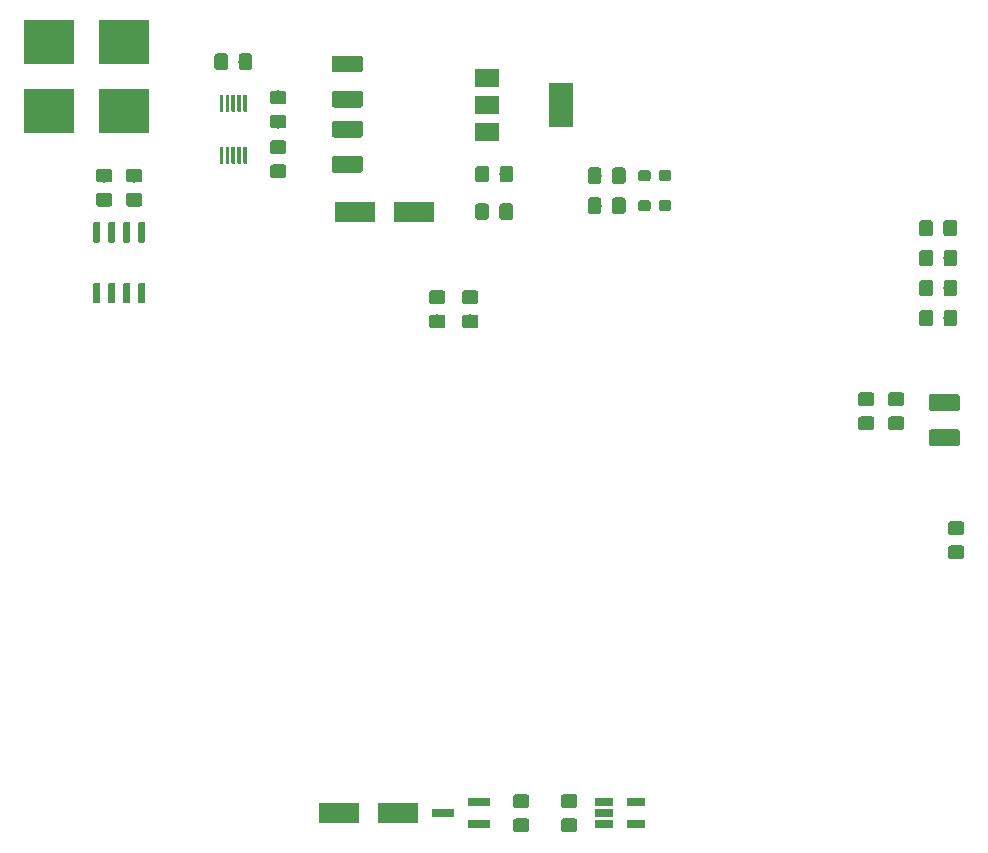
<source format=gbr>
G04 #@! TF.GenerationSoftware,KiCad,Pcbnew,(5.1.4)-1*
G04 #@! TF.CreationDate,2019-10-17T16:47:07-04:00*
G04 #@! TF.ProjectId,SegMan,5365674d-616e-42e6-9b69-6361645f7063,1.0*
G04 #@! TF.SameCoordinates,Original*
G04 #@! TF.FileFunction,Paste,Top*
G04 #@! TF.FilePolarity,Positive*
%FSLAX46Y46*%
G04 Gerber Fmt 4.6, Leading zero omitted, Abs format (unit mm)*
G04 Created by KiCad (PCBNEW (5.1.4)-1) date 2019-10-17 16:47:07*
%MOMM*%
%LPD*%
G04 APERTURE LIST*
%ADD10C,0.100000*%
%ADD11C,1.425000*%
%ADD12C,1.150000*%
%ADD13C,0.950000*%
%ADD14R,3.500000X1.800000*%
%ADD15R,1.560000X0.650000*%
%ADD16C,0.300000*%
%ADD17C,0.600000*%
%ADD18R,1.900000X0.800000*%
%ADD19R,4.240000X3.810000*%
%ADD20R,2.000000X3.800000*%
%ADD21R,2.000000X1.500000*%
G04 APERTURE END LIST*
D10*
G36*
X190329504Y-101868204D02*
G01*
X190353773Y-101871804D01*
X190377571Y-101877765D01*
X190400671Y-101886030D01*
X190422849Y-101896520D01*
X190443893Y-101909133D01*
X190463598Y-101923747D01*
X190481777Y-101940223D01*
X190498253Y-101958402D01*
X190512867Y-101978107D01*
X190525480Y-101999151D01*
X190535970Y-102021329D01*
X190544235Y-102044429D01*
X190550196Y-102068227D01*
X190553796Y-102092496D01*
X190555000Y-102117000D01*
X190555000Y-103042000D01*
X190553796Y-103066504D01*
X190550196Y-103090773D01*
X190544235Y-103114571D01*
X190535970Y-103137671D01*
X190525480Y-103159849D01*
X190512867Y-103180893D01*
X190498253Y-103200598D01*
X190481777Y-103218777D01*
X190463598Y-103235253D01*
X190443893Y-103249867D01*
X190422849Y-103262480D01*
X190400671Y-103272970D01*
X190377571Y-103281235D01*
X190353773Y-103287196D01*
X190329504Y-103290796D01*
X190305000Y-103292000D01*
X188155000Y-103292000D01*
X188130496Y-103290796D01*
X188106227Y-103287196D01*
X188082429Y-103281235D01*
X188059329Y-103272970D01*
X188037151Y-103262480D01*
X188016107Y-103249867D01*
X187996402Y-103235253D01*
X187978223Y-103218777D01*
X187961747Y-103200598D01*
X187947133Y-103180893D01*
X187934520Y-103159849D01*
X187924030Y-103137671D01*
X187915765Y-103114571D01*
X187909804Y-103090773D01*
X187906204Y-103066504D01*
X187905000Y-103042000D01*
X187905000Y-102117000D01*
X187906204Y-102092496D01*
X187909804Y-102068227D01*
X187915765Y-102044429D01*
X187924030Y-102021329D01*
X187934520Y-101999151D01*
X187947133Y-101978107D01*
X187961747Y-101958402D01*
X187978223Y-101940223D01*
X187996402Y-101923747D01*
X188016107Y-101909133D01*
X188037151Y-101896520D01*
X188059329Y-101886030D01*
X188082429Y-101877765D01*
X188106227Y-101871804D01*
X188130496Y-101868204D01*
X188155000Y-101867000D01*
X190305000Y-101867000D01*
X190329504Y-101868204D01*
X190329504Y-101868204D01*
G37*
D11*
X189230000Y-102579500D03*
D10*
G36*
X190329504Y-98893204D02*
G01*
X190353773Y-98896804D01*
X190377571Y-98902765D01*
X190400671Y-98911030D01*
X190422849Y-98921520D01*
X190443893Y-98934133D01*
X190463598Y-98948747D01*
X190481777Y-98965223D01*
X190498253Y-98983402D01*
X190512867Y-99003107D01*
X190525480Y-99024151D01*
X190535970Y-99046329D01*
X190544235Y-99069429D01*
X190550196Y-99093227D01*
X190553796Y-99117496D01*
X190555000Y-99142000D01*
X190555000Y-100067000D01*
X190553796Y-100091504D01*
X190550196Y-100115773D01*
X190544235Y-100139571D01*
X190535970Y-100162671D01*
X190525480Y-100184849D01*
X190512867Y-100205893D01*
X190498253Y-100225598D01*
X190481777Y-100243777D01*
X190463598Y-100260253D01*
X190443893Y-100274867D01*
X190422849Y-100287480D01*
X190400671Y-100297970D01*
X190377571Y-100306235D01*
X190353773Y-100312196D01*
X190329504Y-100315796D01*
X190305000Y-100317000D01*
X188155000Y-100317000D01*
X188130496Y-100315796D01*
X188106227Y-100312196D01*
X188082429Y-100306235D01*
X188059329Y-100297970D01*
X188037151Y-100287480D01*
X188016107Y-100274867D01*
X187996402Y-100260253D01*
X187978223Y-100243777D01*
X187961747Y-100225598D01*
X187947133Y-100205893D01*
X187934520Y-100184849D01*
X187924030Y-100162671D01*
X187915765Y-100139571D01*
X187909804Y-100115773D01*
X187906204Y-100091504D01*
X187905000Y-100067000D01*
X187905000Y-99142000D01*
X187906204Y-99117496D01*
X187909804Y-99093227D01*
X187915765Y-99069429D01*
X187924030Y-99046329D01*
X187934520Y-99024151D01*
X187947133Y-99003107D01*
X187961747Y-98983402D01*
X187978223Y-98965223D01*
X187996402Y-98948747D01*
X188016107Y-98934133D01*
X188037151Y-98921520D01*
X188059329Y-98911030D01*
X188082429Y-98902765D01*
X188106227Y-98896804D01*
X188130496Y-98893204D01*
X188155000Y-98892000D01*
X190305000Y-98892000D01*
X190329504Y-98893204D01*
X190329504Y-98893204D01*
G37*
D11*
X189230000Y-99604500D03*
D10*
G36*
X188046505Y-89217204D02*
G01*
X188070773Y-89220804D01*
X188094572Y-89226765D01*
X188117671Y-89235030D01*
X188139850Y-89245520D01*
X188160893Y-89258132D01*
X188180599Y-89272747D01*
X188198777Y-89289223D01*
X188215253Y-89307401D01*
X188229868Y-89327107D01*
X188242480Y-89348150D01*
X188252970Y-89370329D01*
X188261235Y-89393428D01*
X188267196Y-89417227D01*
X188270796Y-89441495D01*
X188272000Y-89465999D01*
X188272000Y-90366001D01*
X188270796Y-90390505D01*
X188267196Y-90414773D01*
X188261235Y-90438572D01*
X188252970Y-90461671D01*
X188242480Y-90483850D01*
X188229868Y-90504893D01*
X188215253Y-90524599D01*
X188198777Y-90542777D01*
X188180599Y-90559253D01*
X188160893Y-90573868D01*
X188139850Y-90586480D01*
X188117671Y-90596970D01*
X188094572Y-90605235D01*
X188070773Y-90611196D01*
X188046505Y-90614796D01*
X188022001Y-90616000D01*
X187371999Y-90616000D01*
X187347495Y-90614796D01*
X187323227Y-90611196D01*
X187299428Y-90605235D01*
X187276329Y-90596970D01*
X187254150Y-90586480D01*
X187233107Y-90573868D01*
X187213401Y-90559253D01*
X187195223Y-90542777D01*
X187178747Y-90524599D01*
X187164132Y-90504893D01*
X187151520Y-90483850D01*
X187141030Y-90461671D01*
X187132765Y-90438572D01*
X187126804Y-90414773D01*
X187123204Y-90390505D01*
X187122000Y-90366001D01*
X187122000Y-89465999D01*
X187123204Y-89441495D01*
X187126804Y-89417227D01*
X187132765Y-89393428D01*
X187141030Y-89370329D01*
X187151520Y-89348150D01*
X187164132Y-89327107D01*
X187178747Y-89307401D01*
X187195223Y-89289223D01*
X187213401Y-89272747D01*
X187233107Y-89258132D01*
X187254150Y-89245520D01*
X187276329Y-89235030D01*
X187299428Y-89226765D01*
X187323227Y-89220804D01*
X187347495Y-89217204D01*
X187371999Y-89216000D01*
X188022001Y-89216000D01*
X188046505Y-89217204D01*
X188046505Y-89217204D01*
G37*
D12*
X187697000Y-89916000D03*
D10*
G36*
X190096505Y-89217204D02*
G01*
X190120773Y-89220804D01*
X190144572Y-89226765D01*
X190167671Y-89235030D01*
X190189850Y-89245520D01*
X190210893Y-89258132D01*
X190230599Y-89272747D01*
X190248777Y-89289223D01*
X190265253Y-89307401D01*
X190279868Y-89327107D01*
X190292480Y-89348150D01*
X190302970Y-89370329D01*
X190311235Y-89393428D01*
X190317196Y-89417227D01*
X190320796Y-89441495D01*
X190322000Y-89465999D01*
X190322000Y-90366001D01*
X190320796Y-90390505D01*
X190317196Y-90414773D01*
X190311235Y-90438572D01*
X190302970Y-90461671D01*
X190292480Y-90483850D01*
X190279868Y-90504893D01*
X190265253Y-90524599D01*
X190248777Y-90542777D01*
X190230599Y-90559253D01*
X190210893Y-90573868D01*
X190189850Y-90586480D01*
X190167671Y-90596970D01*
X190144572Y-90605235D01*
X190120773Y-90611196D01*
X190096505Y-90614796D01*
X190072001Y-90616000D01*
X189421999Y-90616000D01*
X189397495Y-90614796D01*
X189373227Y-90611196D01*
X189349428Y-90605235D01*
X189326329Y-90596970D01*
X189304150Y-90586480D01*
X189283107Y-90573868D01*
X189263401Y-90559253D01*
X189245223Y-90542777D01*
X189228747Y-90524599D01*
X189214132Y-90504893D01*
X189201520Y-90483850D01*
X189191030Y-90461671D01*
X189182765Y-90438572D01*
X189176804Y-90414773D01*
X189173204Y-90390505D01*
X189172000Y-90366001D01*
X189172000Y-89465999D01*
X189173204Y-89441495D01*
X189176804Y-89417227D01*
X189182765Y-89393428D01*
X189191030Y-89370329D01*
X189201520Y-89348150D01*
X189214132Y-89327107D01*
X189228747Y-89307401D01*
X189245223Y-89289223D01*
X189263401Y-89272747D01*
X189283107Y-89258132D01*
X189304150Y-89245520D01*
X189326329Y-89235030D01*
X189349428Y-89226765D01*
X189373227Y-89220804D01*
X189397495Y-89217204D01*
X189421999Y-89216000D01*
X190072001Y-89216000D01*
X190096505Y-89217204D01*
X190096505Y-89217204D01*
G37*
D12*
X189747000Y-89916000D03*
D10*
G36*
X157954505Y-134808204D02*
G01*
X157978773Y-134811804D01*
X158002572Y-134817765D01*
X158025671Y-134826030D01*
X158047850Y-134836520D01*
X158068893Y-134849132D01*
X158088599Y-134863747D01*
X158106777Y-134880223D01*
X158123253Y-134898401D01*
X158137868Y-134918107D01*
X158150480Y-134939150D01*
X158160970Y-134961329D01*
X158169235Y-134984428D01*
X158175196Y-135008227D01*
X158178796Y-135032495D01*
X158180000Y-135056999D01*
X158180000Y-135707001D01*
X158178796Y-135731505D01*
X158175196Y-135755773D01*
X158169235Y-135779572D01*
X158160970Y-135802671D01*
X158150480Y-135824850D01*
X158137868Y-135845893D01*
X158123253Y-135865599D01*
X158106777Y-135883777D01*
X158088599Y-135900253D01*
X158068893Y-135914868D01*
X158047850Y-135927480D01*
X158025671Y-135937970D01*
X158002572Y-135946235D01*
X157978773Y-135952196D01*
X157954505Y-135955796D01*
X157930001Y-135957000D01*
X157029999Y-135957000D01*
X157005495Y-135955796D01*
X156981227Y-135952196D01*
X156957428Y-135946235D01*
X156934329Y-135937970D01*
X156912150Y-135927480D01*
X156891107Y-135914868D01*
X156871401Y-135900253D01*
X156853223Y-135883777D01*
X156836747Y-135865599D01*
X156822132Y-135845893D01*
X156809520Y-135824850D01*
X156799030Y-135802671D01*
X156790765Y-135779572D01*
X156784804Y-135755773D01*
X156781204Y-135731505D01*
X156780000Y-135707001D01*
X156780000Y-135056999D01*
X156781204Y-135032495D01*
X156784804Y-135008227D01*
X156790765Y-134984428D01*
X156799030Y-134961329D01*
X156809520Y-134939150D01*
X156822132Y-134918107D01*
X156836747Y-134898401D01*
X156853223Y-134880223D01*
X156871401Y-134863747D01*
X156891107Y-134849132D01*
X156912150Y-134836520D01*
X156934329Y-134826030D01*
X156957428Y-134817765D01*
X156981227Y-134811804D01*
X157005495Y-134808204D01*
X157029999Y-134807000D01*
X157930001Y-134807000D01*
X157954505Y-134808204D01*
X157954505Y-134808204D01*
G37*
D12*
X157480000Y-135382000D03*
D10*
G36*
X157954505Y-132758204D02*
G01*
X157978773Y-132761804D01*
X158002572Y-132767765D01*
X158025671Y-132776030D01*
X158047850Y-132786520D01*
X158068893Y-132799132D01*
X158088599Y-132813747D01*
X158106777Y-132830223D01*
X158123253Y-132848401D01*
X158137868Y-132868107D01*
X158150480Y-132889150D01*
X158160970Y-132911329D01*
X158169235Y-132934428D01*
X158175196Y-132958227D01*
X158178796Y-132982495D01*
X158180000Y-133006999D01*
X158180000Y-133657001D01*
X158178796Y-133681505D01*
X158175196Y-133705773D01*
X158169235Y-133729572D01*
X158160970Y-133752671D01*
X158150480Y-133774850D01*
X158137868Y-133795893D01*
X158123253Y-133815599D01*
X158106777Y-133833777D01*
X158088599Y-133850253D01*
X158068893Y-133864868D01*
X158047850Y-133877480D01*
X158025671Y-133887970D01*
X158002572Y-133896235D01*
X157978773Y-133902196D01*
X157954505Y-133905796D01*
X157930001Y-133907000D01*
X157029999Y-133907000D01*
X157005495Y-133905796D01*
X156981227Y-133902196D01*
X156957428Y-133896235D01*
X156934329Y-133887970D01*
X156912150Y-133877480D01*
X156891107Y-133864868D01*
X156871401Y-133850253D01*
X156853223Y-133833777D01*
X156836747Y-133815599D01*
X156822132Y-133795893D01*
X156809520Y-133774850D01*
X156799030Y-133752671D01*
X156790765Y-133729572D01*
X156784804Y-133705773D01*
X156781204Y-133681505D01*
X156780000Y-133657001D01*
X156780000Y-133006999D01*
X156781204Y-132982495D01*
X156784804Y-132958227D01*
X156790765Y-132934428D01*
X156799030Y-132911329D01*
X156809520Y-132889150D01*
X156822132Y-132868107D01*
X156836747Y-132848401D01*
X156853223Y-132830223D01*
X156871401Y-132813747D01*
X156891107Y-132799132D01*
X156912150Y-132786520D01*
X156934329Y-132776030D01*
X156957428Y-132767765D01*
X156981227Y-132761804D01*
X157005495Y-132758204D01*
X157029999Y-132757000D01*
X157930001Y-132757000D01*
X157954505Y-132758204D01*
X157954505Y-132758204D01*
G37*
D12*
X157480000Y-133332000D03*
D10*
G36*
X133316505Y-75245204D02*
G01*
X133340773Y-75248804D01*
X133364572Y-75254765D01*
X133387671Y-75263030D01*
X133409850Y-75273520D01*
X133430893Y-75286132D01*
X133450599Y-75300747D01*
X133468777Y-75317223D01*
X133485253Y-75335401D01*
X133499868Y-75355107D01*
X133512480Y-75376150D01*
X133522970Y-75398329D01*
X133531235Y-75421428D01*
X133537196Y-75445227D01*
X133540796Y-75469495D01*
X133542000Y-75493999D01*
X133542000Y-76144001D01*
X133540796Y-76168505D01*
X133537196Y-76192773D01*
X133531235Y-76216572D01*
X133522970Y-76239671D01*
X133512480Y-76261850D01*
X133499868Y-76282893D01*
X133485253Y-76302599D01*
X133468777Y-76320777D01*
X133450599Y-76337253D01*
X133430893Y-76351868D01*
X133409850Y-76364480D01*
X133387671Y-76374970D01*
X133364572Y-76383235D01*
X133340773Y-76389196D01*
X133316505Y-76392796D01*
X133292001Y-76394000D01*
X132391999Y-76394000D01*
X132367495Y-76392796D01*
X132343227Y-76389196D01*
X132319428Y-76383235D01*
X132296329Y-76374970D01*
X132274150Y-76364480D01*
X132253107Y-76351868D01*
X132233401Y-76337253D01*
X132215223Y-76320777D01*
X132198747Y-76302599D01*
X132184132Y-76282893D01*
X132171520Y-76261850D01*
X132161030Y-76239671D01*
X132152765Y-76216572D01*
X132146804Y-76192773D01*
X132143204Y-76168505D01*
X132142000Y-76144001D01*
X132142000Y-75493999D01*
X132143204Y-75469495D01*
X132146804Y-75445227D01*
X132152765Y-75421428D01*
X132161030Y-75398329D01*
X132171520Y-75376150D01*
X132184132Y-75355107D01*
X132198747Y-75335401D01*
X132215223Y-75317223D01*
X132233401Y-75300747D01*
X132253107Y-75286132D01*
X132274150Y-75273520D01*
X132296329Y-75263030D01*
X132319428Y-75254765D01*
X132343227Y-75248804D01*
X132367495Y-75245204D01*
X132391999Y-75244000D01*
X133292001Y-75244000D01*
X133316505Y-75245204D01*
X133316505Y-75245204D01*
G37*
D12*
X132842000Y-75819000D03*
D10*
G36*
X133316505Y-73195204D02*
G01*
X133340773Y-73198804D01*
X133364572Y-73204765D01*
X133387671Y-73213030D01*
X133409850Y-73223520D01*
X133430893Y-73236132D01*
X133450599Y-73250747D01*
X133468777Y-73267223D01*
X133485253Y-73285401D01*
X133499868Y-73305107D01*
X133512480Y-73326150D01*
X133522970Y-73348329D01*
X133531235Y-73371428D01*
X133537196Y-73395227D01*
X133540796Y-73419495D01*
X133542000Y-73443999D01*
X133542000Y-74094001D01*
X133540796Y-74118505D01*
X133537196Y-74142773D01*
X133531235Y-74166572D01*
X133522970Y-74189671D01*
X133512480Y-74211850D01*
X133499868Y-74232893D01*
X133485253Y-74252599D01*
X133468777Y-74270777D01*
X133450599Y-74287253D01*
X133430893Y-74301868D01*
X133409850Y-74314480D01*
X133387671Y-74324970D01*
X133364572Y-74333235D01*
X133340773Y-74339196D01*
X133316505Y-74342796D01*
X133292001Y-74344000D01*
X132391999Y-74344000D01*
X132367495Y-74342796D01*
X132343227Y-74339196D01*
X132319428Y-74333235D01*
X132296329Y-74324970D01*
X132274150Y-74314480D01*
X132253107Y-74301868D01*
X132233401Y-74287253D01*
X132215223Y-74270777D01*
X132198747Y-74252599D01*
X132184132Y-74232893D01*
X132171520Y-74211850D01*
X132161030Y-74189671D01*
X132152765Y-74166572D01*
X132146804Y-74142773D01*
X132143204Y-74118505D01*
X132142000Y-74094001D01*
X132142000Y-73443999D01*
X132143204Y-73419495D01*
X132146804Y-73395227D01*
X132152765Y-73371428D01*
X132161030Y-73348329D01*
X132171520Y-73326150D01*
X132184132Y-73305107D01*
X132198747Y-73285401D01*
X132215223Y-73267223D01*
X132233401Y-73250747D01*
X132253107Y-73236132D01*
X132274150Y-73223520D01*
X132296329Y-73213030D01*
X132319428Y-73204765D01*
X132343227Y-73198804D01*
X132367495Y-73195204D01*
X132391999Y-73194000D01*
X133292001Y-73194000D01*
X133316505Y-73195204D01*
X133316505Y-73195204D01*
G37*
D12*
X132842000Y-73769000D03*
D10*
G36*
X139783504Y-70227704D02*
G01*
X139807773Y-70231304D01*
X139831571Y-70237265D01*
X139854671Y-70245530D01*
X139876849Y-70256020D01*
X139897893Y-70268633D01*
X139917598Y-70283247D01*
X139935777Y-70299723D01*
X139952253Y-70317902D01*
X139966867Y-70337607D01*
X139979480Y-70358651D01*
X139989970Y-70380829D01*
X139998235Y-70403929D01*
X140004196Y-70427727D01*
X140007796Y-70451996D01*
X140009000Y-70476500D01*
X140009000Y-71401500D01*
X140007796Y-71426004D01*
X140004196Y-71450273D01*
X139998235Y-71474071D01*
X139989970Y-71497171D01*
X139979480Y-71519349D01*
X139966867Y-71540393D01*
X139952253Y-71560098D01*
X139935777Y-71578277D01*
X139917598Y-71594753D01*
X139897893Y-71609367D01*
X139876849Y-71621980D01*
X139854671Y-71632470D01*
X139831571Y-71640735D01*
X139807773Y-71646696D01*
X139783504Y-71650296D01*
X139759000Y-71651500D01*
X137609000Y-71651500D01*
X137584496Y-71650296D01*
X137560227Y-71646696D01*
X137536429Y-71640735D01*
X137513329Y-71632470D01*
X137491151Y-71621980D01*
X137470107Y-71609367D01*
X137450402Y-71594753D01*
X137432223Y-71578277D01*
X137415747Y-71560098D01*
X137401133Y-71540393D01*
X137388520Y-71519349D01*
X137378030Y-71497171D01*
X137369765Y-71474071D01*
X137363804Y-71450273D01*
X137360204Y-71426004D01*
X137359000Y-71401500D01*
X137359000Y-70476500D01*
X137360204Y-70451996D01*
X137363804Y-70427727D01*
X137369765Y-70403929D01*
X137378030Y-70380829D01*
X137388520Y-70358651D01*
X137401133Y-70337607D01*
X137415747Y-70317902D01*
X137432223Y-70299723D01*
X137450402Y-70283247D01*
X137470107Y-70268633D01*
X137491151Y-70256020D01*
X137513329Y-70245530D01*
X137536429Y-70237265D01*
X137560227Y-70231304D01*
X137584496Y-70227704D01*
X137609000Y-70226500D01*
X139759000Y-70226500D01*
X139783504Y-70227704D01*
X139783504Y-70227704D01*
G37*
D11*
X138684000Y-70939000D03*
D10*
G36*
X139783504Y-73202704D02*
G01*
X139807773Y-73206304D01*
X139831571Y-73212265D01*
X139854671Y-73220530D01*
X139876849Y-73231020D01*
X139897893Y-73243633D01*
X139917598Y-73258247D01*
X139935777Y-73274723D01*
X139952253Y-73292902D01*
X139966867Y-73312607D01*
X139979480Y-73333651D01*
X139989970Y-73355829D01*
X139998235Y-73378929D01*
X140004196Y-73402727D01*
X140007796Y-73426996D01*
X140009000Y-73451500D01*
X140009000Y-74376500D01*
X140007796Y-74401004D01*
X140004196Y-74425273D01*
X139998235Y-74449071D01*
X139989970Y-74472171D01*
X139979480Y-74494349D01*
X139966867Y-74515393D01*
X139952253Y-74535098D01*
X139935777Y-74553277D01*
X139917598Y-74569753D01*
X139897893Y-74584367D01*
X139876849Y-74596980D01*
X139854671Y-74607470D01*
X139831571Y-74615735D01*
X139807773Y-74621696D01*
X139783504Y-74625296D01*
X139759000Y-74626500D01*
X137609000Y-74626500D01*
X137584496Y-74625296D01*
X137560227Y-74621696D01*
X137536429Y-74615735D01*
X137513329Y-74607470D01*
X137491151Y-74596980D01*
X137470107Y-74584367D01*
X137450402Y-74569753D01*
X137432223Y-74553277D01*
X137415747Y-74535098D01*
X137401133Y-74515393D01*
X137388520Y-74494349D01*
X137378030Y-74472171D01*
X137369765Y-74449071D01*
X137363804Y-74425273D01*
X137360204Y-74401004D01*
X137359000Y-74376500D01*
X137359000Y-73451500D01*
X137360204Y-73426996D01*
X137363804Y-73402727D01*
X137369765Y-73378929D01*
X137378030Y-73355829D01*
X137388520Y-73333651D01*
X137401133Y-73312607D01*
X137415747Y-73292902D01*
X137432223Y-73274723D01*
X137450402Y-73258247D01*
X137470107Y-73243633D01*
X137491151Y-73231020D01*
X137513329Y-73220530D01*
X137536429Y-73212265D01*
X137560227Y-73206304D01*
X137584496Y-73202704D01*
X137609000Y-73201500D01*
X139759000Y-73201500D01*
X139783504Y-73202704D01*
X139783504Y-73202704D01*
G37*
D11*
X138684000Y-73914000D03*
D10*
G36*
X139783504Y-78717704D02*
G01*
X139807773Y-78721304D01*
X139831571Y-78727265D01*
X139854671Y-78735530D01*
X139876849Y-78746020D01*
X139897893Y-78758633D01*
X139917598Y-78773247D01*
X139935777Y-78789723D01*
X139952253Y-78807902D01*
X139966867Y-78827607D01*
X139979480Y-78848651D01*
X139989970Y-78870829D01*
X139998235Y-78893929D01*
X140004196Y-78917727D01*
X140007796Y-78941996D01*
X140009000Y-78966500D01*
X140009000Y-79891500D01*
X140007796Y-79916004D01*
X140004196Y-79940273D01*
X139998235Y-79964071D01*
X139989970Y-79987171D01*
X139979480Y-80009349D01*
X139966867Y-80030393D01*
X139952253Y-80050098D01*
X139935777Y-80068277D01*
X139917598Y-80084753D01*
X139897893Y-80099367D01*
X139876849Y-80111980D01*
X139854671Y-80122470D01*
X139831571Y-80130735D01*
X139807773Y-80136696D01*
X139783504Y-80140296D01*
X139759000Y-80141500D01*
X137609000Y-80141500D01*
X137584496Y-80140296D01*
X137560227Y-80136696D01*
X137536429Y-80130735D01*
X137513329Y-80122470D01*
X137491151Y-80111980D01*
X137470107Y-80099367D01*
X137450402Y-80084753D01*
X137432223Y-80068277D01*
X137415747Y-80050098D01*
X137401133Y-80030393D01*
X137388520Y-80009349D01*
X137378030Y-79987171D01*
X137369765Y-79964071D01*
X137363804Y-79940273D01*
X137360204Y-79916004D01*
X137359000Y-79891500D01*
X137359000Y-78966500D01*
X137360204Y-78941996D01*
X137363804Y-78917727D01*
X137369765Y-78893929D01*
X137378030Y-78870829D01*
X137388520Y-78848651D01*
X137401133Y-78827607D01*
X137415747Y-78807902D01*
X137432223Y-78789723D01*
X137450402Y-78773247D01*
X137470107Y-78758633D01*
X137491151Y-78746020D01*
X137513329Y-78735530D01*
X137536429Y-78727265D01*
X137560227Y-78721304D01*
X137584496Y-78717704D01*
X137609000Y-78716500D01*
X139759000Y-78716500D01*
X139783504Y-78717704D01*
X139783504Y-78717704D01*
G37*
D11*
X138684000Y-79429000D03*
D10*
G36*
X139783504Y-75742704D02*
G01*
X139807773Y-75746304D01*
X139831571Y-75752265D01*
X139854671Y-75760530D01*
X139876849Y-75771020D01*
X139897893Y-75783633D01*
X139917598Y-75798247D01*
X139935777Y-75814723D01*
X139952253Y-75832902D01*
X139966867Y-75852607D01*
X139979480Y-75873651D01*
X139989970Y-75895829D01*
X139998235Y-75918929D01*
X140004196Y-75942727D01*
X140007796Y-75966996D01*
X140009000Y-75991500D01*
X140009000Y-76916500D01*
X140007796Y-76941004D01*
X140004196Y-76965273D01*
X139998235Y-76989071D01*
X139989970Y-77012171D01*
X139979480Y-77034349D01*
X139966867Y-77055393D01*
X139952253Y-77075098D01*
X139935777Y-77093277D01*
X139917598Y-77109753D01*
X139897893Y-77124367D01*
X139876849Y-77136980D01*
X139854671Y-77147470D01*
X139831571Y-77155735D01*
X139807773Y-77161696D01*
X139783504Y-77165296D01*
X139759000Y-77166500D01*
X137609000Y-77166500D01*
X137584496Y-77165296D01*
X137560227Y-77161696D01*
X137536429Y-77155735D01*
X137513329Y-77147470D01*
X137491151Y-77136980D01*
X137470107Y-77124367D01*
X137450402Y-77109753D01*
X137432223Y-77093277D01*
X137415747Y-77075098D01*
X137401133Y-77055393D01*
X137388520Y-77034349D01*
X137378030Y-77012171D01*
X137369765Y-76989071D01*
X137363804Y-76965273D01*
X137360204Y-76941004D01*
X137359000Y-76916500D01*
X137359000Y-75991500D01*
X137360204Y-75966996D01*
X137363804Y-75942727D01*
X137369765Y-75918929D01*
X137378030Y-75895829D01*
X137388520Y-75873651D01*
X137401133Y-75852607D01*
X137415747Y-75832902D01*
X137432223Y-75814723D01*
X137450402Y-75798247D01*
X137470107Y-75783633D01*
X137491151Y-75771020D01*
X137513329Y-75760530D01*
X137536429Y-75752265D01*
X137560227Y-75746304D01*
X137584496Y-75742704D01*
X137609000Y-75741500D01*
X139759000Y-75741500D01*
X139783504Y-75742704D01*
X139783504Y-75742704D01*
G37*
D11*
X138684000Y-76454000D03*
D10*
G36*
X150454505Y-79565204D02*
G01*
X150478773Y-79568804D01*
X150502572Y-79574765D01*
X150525671Y-79583030D01*
X150547850Y-79593520D01*
X150568893Y-79606132D01*
X150588599Y-79620747D01*
X150606777Y-79637223D01*
X150623253Y-79655401D01*
X150637868Y-79675107D01*
X150650480Y-79696150D01*
X150660970Y-79718329D01*
X150669235Y-79741428D01*
X150675196Y-79765227D01*
X150678796Y-79789495D01*
X150680000Y-79813999D01*
X150680000Y-80714001D01*
X150678796Y-80738505D01*
X150675196Y-80762773D01*
X150669235Y-80786572D01*
X150660970Y-80809671D01*
X150650480Y-80831850D01*
X150637868Y-80852893D01*
X150623253Y-80872599D01*
X150606777Y-80890777D01*
X150588599Y-80907253D01*
X150568893Y-80921868D01*
X150547850Y-80934480D01*
X150525671Y-80944970D01*
X150502572Y-80953235D01*
X150478773Y-80959196D01*
X150454505Y-80962796D01*
X150430001Y-80964000D01*
X149779999Y-80964000D01*
X149755495Y-80962796D01*
X149731227Y-80959196D01*
X149707428Y-80953235D01*
X149684329Y-80944970D01*
X149662150Y-80934480D01*
X149641107Y-80921868D01*
X149621401Y-80907253D01*
X149603223Y-80890777D01*
X149586747Y-80872599D01*
X149572132Y-80852893D01*
X149559520Y-80831850D01*
X149549030Y-80809671D01*
X149540765Y-80786572D01*
X149534804Y-80762773D01*
X149531204Y-80738505D01*
X149530000Y-80714001D01*
X149530000Y-79813999D01*
X149531204Y-79789495D01*
X149534804Y-79765227D01*
X149540765Y-79741428D01*
X149549030Y-79718329D01*
X149559520Y-79696150D01*
X149572132Y-79675107D01*
X149586747Y-79655401D01*
X149603223Y-79637223D01*
X149621401Y-79620747D01*
X149641107Y-79606132D01*
X149662150Y-79593520D01*
X149684329Y-79583030D01*
X149707428Y-79574765D01*
X149731227Y-79568804D01*
X149755495Y-79565204D01*
X149779999Y-79564000D01*
X150430001Y-79564000D01*
X150454505Y-79565204D01*
X150454505Y-79565204D01*
G37*
D12*
X150105000Y-80264000D03*
D10*
G36*
X152504505Y-79565204D02*
G01*
X152528773Y-79568804D01*
X152552572Y-79574765D01*
X152575671Y-79583030D01*
X152597850Y-79593520D01*
X152618893Y-79606132D01*
X152638599Y-79620747D01*
X152656777Y-79637223D01*
X152673253Y-79655401D01*
X152687868Y-79675107D01*
X152700480Y-79696150D01*
X152710970Y-79718329D01*
X152719235Y-79741428D01*
X152725196Y-79765227D01*
X152728796Y-79789495D01*
X152730000Y-79813999D01*
X152730000Y-80714001D01*
X152728796Y-80738505D01*
X152725196Y-80762773D01*
X152719235Y-80786572D01*
X152710970Y-80809671D01*
X152700480Y-80831850D01*
X152687868Y-80852893D01*
X152673253Y-80872599D01*
X152656777Y-80890777D01*
X152638599Y-80907253D01*
X152618893Y-80921868D01*
X152597850Y-80934480D01*
X152575671Y-80944970D01*
X152552572Y-80953235D01*
X152528773Y-80959196D01*
X152504505Y-80962796D01*
X152480001Y-80964000D01*
X151829999Y-80964000D01*
X151805495Y-80962796D01*
X151781227Y-80959196D01*
X151757428Y-80953235D01*
X151734329Y-80944970D01*
X151712150Y-80934480D01*
X151691107Y-80921868D01*
X151671401Y-80907253D01*
X151653223Y-80890777D01*
X151636747Y-80872599D01*
X151622132Y-80852893D01*
X151609520Y-80831850D01*
X151599030Y-80809671D01*
X151590765Y-80786572D01*
X151584804Y-80762773D01*
X151581204Y-80738505D01*
X151580000Y-80714001D01*
X151580000Y-79813999D01*
X151581204Y-79789495D01*
X151584804Y-79765227D01*
X151590765Y-79741428D01*
X151599030Y-79718329D01*
X151609520Y-79696150D01*
X151622132Y-79675107D01*
X151636747Y-79655401D01*
X151653223Y-79637223D01*
X151671401Y-79620747D01*
X151691107Y-79606132D01*
X151712150Y-79593520D01*
X151734329Y-79583030D01*
X151757428Y-79574765D01*
X151781227Y-79568804D01*
X151805495Y-79565204D01*
X151829999Y-79564000D01*
X152480001Y-79564000D01*
X152504505Y-79565204D01*
X152504505Y-79565204D01*
G37*
D12*
X152155000Y-80264000D03*
D10*
G36*
X165904779Y-79917144D02*
G01*
X165927834Y-79920563D01*
X165950443Y-79926227D01*
X165972387Y-79934079D01*
X165993457Y-79944044D01*
X166013448Y-79956026D01*
X166032168Y-79969910D01*
X166049438Y-79985562D01*
X166065090Y-80002832D01*
X166078974Y-80021552D01*
X166090956Y-80041543D01*
X166100921Y-80062613D01*
X166108773Y-80084557D01*
X166114437Y-80107166D01*
X166117856Y-80130221D01*
X166119000Y-80153500D01*
X166119000Y-80628500D01*
X166117856Y-80651779D01*
X166114437Y-80674834D01*
X166108773Y-80697443D01*
X166100921Y-80719387D01*
X166090956Y-80740457D01*
X166078974Y-80760448D01*
X166065090Y-80779168D01*
X166049438Y-80796438D01*
X166032168Y-80812090D01*
X166013448Y-80825974D01*
X165993457Y-80837956D01*
X165972387Y-80847921D01*
X165950443Y-80855773D01*
X165927834Y-80861437D01*
X165904779Y-80864856D01*
X165881500Y-80866000D01*
X165306500Y-80866000D01*
X165283221Y-80864856D01*
X165260166Y-80861437D01*
X165237557Y-80855773D01*
X165215613Y-80847921D01*
X165194543Y-80837956D01*
X165174552Y-80825974D01*
X165155832Y-80812090D01*
X165138562Y-80796438D01*
X165122910Y-80779168D01*
X165109026Y-80760448D01*
X165097044Y-80740457D01*
X165087079Y-80719387D01*
X165079227Y-80697443D01*
X165073563Y-80674834D01*
X165070144Y-80651779D01*
X165069000Y-80628500D01*
X165069000Y-80153500D01*
X165070144Y-80130221D01*
X165073563Y-80107166D01*
X165079227Y-80084557D01*
X165087079Y-80062613D01*
X165097044Y-80041543D01*
X165109026Y-80021552D01*
X165122910Y-80002832D01*
X165138562Y-79985562D01*
X165155832Y-79969910D01*
X165174552Y-79956026D01*
X165194543Y-79944044D01*
X165215613Y-79934079D01*
X165237557Y-79926227D01*
X165260166Y-79920563D01*
X165283221Y-79917144D01*
X165306500Y-79916000D01*
X165881500Y-79916000D01*
X165904779Y-79917144D01*
X165904779Y-79917144D01*
G37*
D13*
X165594000Y-80391000D03*
D10*
G36*
X164154779Y-79917144D02*
G01*
X164177834Y-79920563D01*
X164200443Y-79926227D01*
X164222387Y-79934079D01*
X164243457Y-79944044D01*
X164263448Y-79956026D01*
X164282168Y-79969910D01*
X164299438Y-79985562D01*
X164315090Y-80002832D01*
X164328974Y-80021552D01*
X164340956Y-80041543D01*
X164350921Y-80062613D01*
X164358773Y-80084557D01*
X164364437Y-80107166D01*
X164367856Y-80130221D01*
X164369000Y-80153500D01*
X164369000Y-80628500D01*
X164367856Y-80651779D01*
X164364437Y-80674834D01*
X164358773Y-80697443D01*
X164350921Y-80719387D01*
X164340956Y-80740457D01*
X164328974Y-80760448D01*
X164315090Y-80779168D01*
X164299438Y-80796438D01*
X164282168Y-80812090D01*
X164263448Y-80825974D01*
X164243457Y-80837956D01*
X164222387Y-80847921D01*
X164200443Y-80855773D01*
X164177834Y-80861437D01*
X164154779Y-80864856D01*
X164131500Y-80866000D01*
X163556500Y-80866000D01*
X163533221Y-80864856D01*
X163510166Y-80861437D01*
X163487557Y-80855773D01*
X163465613Y-80847921D01*
X163444543Y-80837956D01*
X163424552Y-80825974D01*
X163405832Y-80812090D01*
X163388562Y-80796438D01*
X163372910Y-80779168D01*
X163359026Y-80760448D01*
X163347044Y-80740457D01*
X163337079Y-80719387D01*
X163329227Y-80697443D01*
X163323563Y-80674834D01*
X163320144Y-80651779D01*
X163319000Y-80628500D01*
X163319000Y-80153500D01*
X163320144Y-80130221D01*
X163323563Y-80107166D01*
X163329227Y-80084557D01*
X163337079Y-80062613D01*
X163347044Y-80041543D01*
X163359026Y-80021552D01*
X163372910Y-80002832D01*
X163388562Y-79985562D01*
X163405832Y-79969910D01*
X163424552Y-79956026D01*
X163444543Y-79944044D01*
X163465613Y-79934079D01*
X163487557Y-79926227D01*
X163510166Y-79920563D01*
X163533221Y-79917144D01*
X163556500Y-79916000D01*
X164131500Y-79916000D01*
X164154779Y-79917144D01*
X164154779Y-79917144D01*
G37*
D13*
X163844000Y-80391000D03*
D14*
X139359000Y-83439000D03*
X144359000Y-83439000D03*
D10*
G36*
X183100505Y-100781204D02*
G01*
X183124773Y-100784804D01*
X183148572Y-100790765D01*
X183171671Y-100799030D01*
X183193850Y-100809520D01*
X183214893Y-100822132D01*
X183234599Y-100836747D01*
X183252777Y-100853223D01*
X183269253Y-100871401D01*
X183283868Y-100891107D01*
X183296480Y-100912150D01*
X183306970Y-100934329D01*
X183315235Y-100957428D01*
X183321196Y-100981227D01*
X183324796Y-101005495D01*
X183326000Y-101029999D01*
X183326000Y-101680001D01*
X183324796Y-101704505D01*
X183321196Y-101728773D01*
X183315235Y-101752572D01*
X183306970Y-101775671D01*
X183296480Y-101797850D01*
X183283868Y-101818893D01*
X183269253Y-101838599D01*
X183252777Y-101856777D01*
X183234599Y-101873253D01*
X183214893Y-101887868D01*
X183193850Y-101900480D01*
X183171671Y-101910970D01*
X183148572Y-101919235D01*
X183124773Y-101925196D01*
X183100505Y-101928796D01*
X183076001Y-101930000D01*
X182175999Y-101930000D01*
X182151495Y-101928796D01*
X182127227Y-101925196D01*
X182103428Y-101919235D01*
X182080329Y-101910970D01*
X182058150Y-101900480D01*
X182037107Y-101887868D01*
X182017401Y-101873253D01*
X181999223Y-101856777D01*
X181982747Y-101838599D01*
X181968132Y-101818893D01*
X181955520Y-101797850D01*
X181945030Y-101775671D01*
X181936765Y-101752572D01*
X181930804Y-101728773D01*
X181927204Y-101704505D01*
X181926000Y-101680001D01*
X181926000Y-101029999D01*
X181927204Y-101005495D01*
X181930804Y-100981227D01*
X181936765Y-100957428D01*
X181945030Y-100934329D01*
X181955520Y-100912150D01*
X181968132Y-100891107D01*
X181982747Y-100871401D01*
X181999223Y-100853223D01*
X182017401Y-100836747D01*
X182037107Y-100822132D01*
X182058150Y-100809520D01*
X182080329Y-100799030D01*
X182103428Y-100790765D01*
X182127227Y-100784804D01*
X182151495Y-100781204D01*
X182175999Y-100780000D01*
X183076001Y-100780000D01*
X183100505Y-100781204D01*
X183100505Y-100781204D01*
G37*
D12*
X182626000Y-101355000D03*
D10*
G36*
X183100505Y-98731204D02*
G01*
X183124773Y-98734804D01*
X183148572Y-98740765D01*
X183171671Y-98749030D01*
X183193850Y-98759520D01*
X183214893Y-98772132D01*
X183234599Y-98786747D01*
X183252777Y-98803223D01*
X183269253Y-98821401D01*
X183283868Y-98841107D01*
X183296480Y-98862150D01*
X183306970Y-98884329D01*
X183315235Y-98907428D01*
X183321196Y-98931227D01*
X183324796Y-98955495D01*
X183326000Y-98979999D01*
X183326000Y-99630001D01*
X183324796Y-99654505D01*
X183321196Y-99678773D01*
X183315235Y-99702572D01*
X183306970Y-99725671D01*
X183296480Y-99747850D01*
X183283868Y-99768893D01*
X183269253Y-99788599D01*
X183252777Y-99806777D01*
X183234599Y-99823253D01*
X183214893Y-99837868D01*
X183193850Y-99850480D01*
X183171671Y-99860970D01*
X183148572Y-99869235D01*
X183124773Y-99875196D01*
X183100505Y-99878796D01*
X183076001Y-99880000D01*
X182175999Y-99880000D01*
X182151495Y-99878796D01*
X182127227Y-99875196D01*
X182103428Y-99869235D01*
X182080329Y-99860970D01*
X182058150Y-99850480D01*
X182037107Y-99837868D01*
X182017401Y-99823253D01*
X181999223Y-99806777D01*
X181982747Y-99788599D01*
X181968132Y-99768893D01*
X181955520Y-99747850D01*
X181945030Y-99725671D01*
X181936765Y-99702572D01*
X181930804Y-99678773D01*
X181927204Y-99654505D01*
X181926000Y-99630001D01*
X181926000Y-98979999D01*
X181927204Y-98955495D01*
X181930804Y-98931227D01*
X181936765Y-98907428D01*
X181945030Y-98884329D01*
X181955520Y-98862150D01*
X181968132Y-98841107D01*
X181982747Y-98821401D01*
X181999223Y-98803223D01*
X182017401Y-98786747D01*
X182037107Y-98772132D01*
X182058150Y-98759520D01*
X182080329Y-98749030D01*
X182103428Y-98740765D01*
X182127227Y-98734804D01*
X182151495Y-98731204D01*
X182175999Y-98730000D01*
X183076001Y-98730000D01*
X183100505Y-98731204D01*
X183100505Y-98731204D01*
G37*
D12*
X182626000Y-99305000D03*
D10*
G36*
X185640505Y-98731204D02*
G01*
X185664773Y-98734804D01*
X185688572Y-98740765D01*
X185711671Y-98749030D01*
X185733850Y-98759520D01*
X185754893Y-98772132D01*
X185774599Y-98786747D01*
X185792777Y-98803223D01*
X185809253Y-98821401D01*
X185823868Y-98841107D01*
X185836480Y-98862150D01*
X185846970Y-98884329D01*
X185855235Y-98907428D01*
X185861196Y-98931227D01*
X185864796Y-98955495D01*
X185866000Y-98979999D01*
X185866000Y-99630001D01*
X185864796Y-99654505D01*
X185861196Y-99678773D01*
X185855235Y-99702572D01*
X185846970Y-99725671D01*
X185836480Y-99747850D01*
X185823868Y-99768893D01*
X185809253Y-99788599D01*
X185792777Y-99806777D01*
X185774599Y-99823253D01*
X185754893Y-99837868D01*
X185733850Y-99850480D01*
X185711671Y-99860970D01*
X185688572Y-99869235D01*
X185664773Y-99875196D01*
X185640505Y-99878796D01*
X185616001Y-99880000D01*
X184715999Y-99880000D01*
X184691495Y-99878796D01*
X184667227Y-99875196D01*
X184643428Y-99869235D01*
X184620329Y-99860970D01*
X184598150Y-99850480D01*
X184577107Y-99837868D01*
X184557401Y-99823253D01*
X184539223Y-99806777D01*
X184522747Y-99788599D01*
X184508132Y-99768893D01*
X184495520Y-99747850D01*
X184485030Y-99725671D01*
X184476765Y-99702572D01*
X184470804Y-99678773D01*
X184467204Y-99654505D01*
X184466000Y-99630001D01*
X184466000Y-98979999D01*
X184467204Y-98955495D01*
X184470804Y-98931227D01*
X184476765Y-98907428D01*
X184485030Y-98884329D01*
X184495520Y-98862150D01*
X184508132Y-98841107D01*
X184522747Y-98821401D01*
X184539223Y-98803223D01*
X184557401Y-98786747D01*
X184577107Y-98772132D01*
X184598150Y-98759520D01*
X184620329Y-98749030D01*
X184643428Y-98740765D01*
X184667227Y-98734804D01*
X184691495Y-98731204D01*
X184715999Y-98730000D01*
X185616001Y-98730000D01*
X185640505Y-98731204D01*
X185640505Y-98731204D01*
G37*
D12*
X185166000Y-99305000D03*
D10*
G36*
X185640505Y-100781204D02*
G01*
X185664773Y-100784804D01*
X185688572Y-100790765D01*
X185711671Y-100799030D01*
X185733850Y-100809520D01*
X185754893Y-100822132D01*
X185774599Y-100836747D01*
X185792777Y-100853223D01*
X185809253Y-100871401D01*
X185823868Y-100891107D01*
X185836480Y-100912150D01*
X185846970Y-100934329D01*
X185855235Y-100957428D01*
X185861196Y-100981227D01*
X185864796Y-101005495D01*
X185866000Y-101029999D01*
X185866000Y-101680001D01*
X185864796Y-101704505D01*
X185861196Y-101728773D01*
X185855235Y-101752572D01*
X185846970Y-101775671D01*
X185836480Y-101797850D01*
X185823868Y-101818893D01*
X185809253Y-101838599D01*
X185792777Y-101856777D01*
X185774599Y-101873253D01*
X185754893Y-101887868D01*
X185733850Y-101900480D01*
X185711671Y-101910970D01*
X185688572Y-101919235D01*
X185664773Y-101925196D01*
X185640505Y-101928796D01*
X185616001Y-101930000D01*
X184715999Y-101930000D01*
X184691495Y-101928796D01*
X184667227Y-101925196D01*
X184643428Y-101919235D01*
X184620329Y-101910970D01*
X184598150Y-101900480D01*
X184577107Y-101887868D01*
X184557401Y-101873253D01*
X184539223Y-101856777D01*
X184522747Y-101838599D01*
X184508132Y-101818893D01*
X184495520Y-101797850D01*
X184485030Y-101775671D01*
X184476765Y-101752572D01*
X184470804Y-101728773D01*
X184467204Y-101704505D01*
X184466000Y-101680001D01*
X184466000Y-101029999D01*
X184467204Y-101005495D01*
X184470804Y-100981227D01*
X184476765Y-100957428D01*
X184485030Y-100934329D01*
X184495520Y-100912150D01*
X184508132Y-100891107D01*
X184522747Y-100871401D01*
X184539223Y-100853223D01*
X184557401Y-100836747D01*
X184577107Y-100822132D01*
X184598150Y-100809520D01*
X184620329Y-100799030D01*
X184643428Y-100790765D01*
X184667227Y-100784804D01*
X184691495Y-100781204D01*
X184715999Y-100780000D01*
X185616001Y-100780000D01*
X185640505Y-100781204D01*
X185640505Y-100781204D01*
G37*
D12*
X185166000Y-101355000D03*
D10*
G36*
X159988505Y-79692204D02*
G01*
X160012773Y-79695804D01*
X160036572Y-79701765D01*
X160059671Y-79710030D01*
X160081850Y-79720520D01*
X160102893Y-79733132D01*
X160122599Y-79747747D01*
X160140777Y-79764223D01*
X160157253Y-79782401D01*
X160171868Y-79802107D01*
X160184480Y-79823150D01*
X160194970Y-79845329D01*
X160203235Y-79868428D01*
X160209196Y-79892227D01*
X160212796Y-79916495D01*
X160214000Y-79940999D01*
X160214000Y-80841001D01*
X160212796Y-80865505D01*
X160209196Y-80889773D01*
X160203235Y-80913572D01*
X160194970Y-80936671D01*
X160184480Y-80958850D01*
X160171868Y-80979893D01*
X160157253Y-80999599D01*
X160140777Y-81017777D01*
X160122599Y-81034253D01*
X160102893Y-81048868D01*
X160081850Y-81061480D01*
X160059671Y-81071970D01*
X160036572Y-81080235D01*
X160012773Y-81086196D01*
X159988505Y-81089796D01*
X159964001Y-81091000D01*
X159313999Y-81091000D01*
X159289495Y-81089796D01*
X159265227Y-81086196D01*
X159241428Y-81080235D01*
X159218329Y-81071970D01*
X159196150Y-81061480D01*
X159175107Y-81048868D01*
X159155401Y-81034253D01*
X159137223Y-81017777D01*
X159120747Y-80999599D01*
X159106132Y-80979893D01*
X159093520Y-80958850D01*
X159083030Y-80936671D01*
X159074765Y-80913572D01*
X159068804Y-80889773D01*
X159065204Y-80865505D01*
X159064000Y-80841001D01*
X159064000Y-79940999D01*
X159065204Y-79916495D01*
X159068804Y-79892227D01*
X159074765Y-79868428D01*
X159083030Y-79845329D01*
X159093520Y-79823150D01*
X159106132Y-79802107D01*
X159120747Y-79782401D01*
X159137223Y-79764223D01*
X159155401Y-79747747D01*
X159175107Y-79733132D01*
X159196150Y-79720520D01*
X159218329Y-79710030D01*
X159241428Y-79701765D01*
X159265227Y-79695804D01*
X159289495Y-79692204D01*
X159313999Y-79691000D01*
X159964001Y-79691000D01*
X159988505Y-79692204D01*
X159988505Y-79692204D01*
G37*
D12*
X159639000Y-80391000D03*
D10*
G36*
X162038505Y-79692204D02*
G01*
X162062773Y-79695804D01*
X162086572Y-79701765D01*
X162109671Y-79710030D01*
X162131850Y-79720520D01*
X162152893Y-79733132D01*
X162172599Y-79747747D01*
X162190777Y-79764223D01*
X162207253Y-79782401D01*
X162221868Y-79802107D01*
X162234480Y-79823150D01*
X162244970Y-79845329D01*
X162253235Y-79868428D01*
X162259196Y-79892227D01*
X162262796Y-79916495D01*
X162264000Y-79940999D01*
X162264000Y-80841001D01*
X162262796Y-80865505D01*
X162259196Y-80889773D01*
X162253235Y-80913572D01*
X162244970Y-80936671D01*
X162234480Y-80958850D01*
X162221868Y-80979893D01*
X162207253Y-80999599D01*
X162190777Y-81017777D01*
X162172599Y-81034253D01*
X162152893Y-81048868D01*
X162131850Y-81061480D01*
X162109671Y-81071970D01*
X162086572Y-81080235D01*
X162062773Y-81086196D01*
X162038505Y-81089796D01*
X162014001Y-81091000D01*
X161363999Y-81091000D01*
X161339495Y-81089796D01*
X161315227Y-81086196D01*
X161291428Y-81080235D01*
X161268329Y-81071970D01*
X161246150Y-81061480D01*
X161225107Y-81048868D01*
X161205401Y-81034253D01*
X161187223Y-81017777D01*
X161170747Y-80999599D01*
X161156132Y-80979893D01*
X161143520Y-80958850D01*
X161133030Y-80936671D01*
X161124765Y-80913572D01*
X161118804Y-80889773D01*
X161115204Y-80865505D01*
X161114000Y-80841001D01*
X161114000Y-79940999D01*
X161115204Y-79916495D01*
X161118804Y-79892227D01*
X161124765Y-79868428D01*
X161133030Y-79845329D01*
X161143520Y-79823150D01*
X161156132Y-79802107D01*
X161170747Y-79782401D01*
X161187223Y-79764223D01*
X161205401Y-79747747D01*
X161225107Y-79733132D01*
X161246150Y-79720520D01*
X161268329Y-79710030D01*
X161291428Y-79701765D01*
X161315227Y-79695804D01*
X161339495Y-79692204D01*
X161363999Y-79691000D01*
X162014001Y-79691000D01*
X162038505Y-79692204D01*
X162038505Y-79692204D01*
G37*
D12*
X161689000Y-80391000D03*
D10*
G36*
X190087505Y-84137204D02*
G01*
X190111773Y-84140804D01*
X190135572Y-84146765D01*
X190158671Y-84155030D01*
X190180850Y-84165520D01*
X190201893Y-84178132D01*
X190221599Y-84192747D01*
X190239777Y-84209223D01*
X190256253Y-84227401D01*
X190270868Y-84247107D01*
X190283480Y-84268150D01*
X190293970Y-84290329D01*
X190302235Y-84313428D01*
X190308196Y-84337227D01*
X190311796Y-84361495D01*
X190313000Y-84385999D01*
X190313000Y-85286001D01*
X190311796Y-85310505D01*
X190308196Y-85334773D01*
X190302235Y-85358572D01*
X190293970Y-85381671D01*
X190283480Y-85403850D01*
X190270868Y-85424893D01*
X190256253Y-85444599D01*
X190239777Y-85462777D01*
X190221599Y-85479253D01*
X190201893Y-85493868D01*
X190180850Y-85506480D01*
X190158671Y-85516970D01*
X190135572Y-85525235D01*
X190111773Y-85531196D01*
X190087505Y-85534796D01*
X190063001Y-85536000D01*
X189412999Y-85536000D01*
X189388495Y-85534796D01*
X189364227Y-85531196D01*
X189340428Y-85525235D01*
X189317329Y-85516970D01*
X189295150Y-85506480D01*
X189274107Y-85493868D01*
X189254401Y-85479253D01*
X189236223Y-85462777D01*
X189219747Y-85444599D01*
X189205132Y-85424893D01*
X189192520Y-85403850D01*
X189182030Y-85381671D01*
X189173765Y-85358572D01*
X189167804Y-85334773D01*
X189164204Y-85310505D01*
X189163000Y-85286001D01*
X189163000Y-84385999D01*
X189164204Y-84361495D01*
X189167804Y-84337227D01*
X189173765Y-84313428D01*
X189182030Y-84290329D01*
X189192520Y-84268150D01*
X189205132Y-84247107D01*
X189219747Y-84227401D01*
X189236223Y-84209223D01*
X189254401Y-84192747D01*
X189274107Y-84178132D01*
X189295150Y-84165520D01*
X189317329Y-84155030D01*
X189340428Y-84146765D01*
X189364227Y-84140804D01*
X189388495Y-84137204D01*
X189412999Y-84136000D01*
X190063001Y-84136000D01*
X190087505Y-84137204D01*
X190087505Y-84137204D01*
G37*
D12*
X189738000Y-84836000D03*
D10*
G36*
X188037505Y-84137204D02*
G01*
X188061773Y-84140804D01*
X188085572Y-84146765D01*
X188108671Y-84155030D01*
X188130850Y-84165520D01*
X188151893Y-84178132D01*
X188171599Y-84192747D01*
X188189777Y-84209223D01*
X188206253Y-84227401D01*
X188220868Y-84247107D01*
X188233480Y-84268150D01*
X188243970Y-84290329D01*
X188252235Y-84313428D01*
X188258196Y-84337227D01*
X188261796Y-84361495D01*
X188263000Y-84385999D01*
X188263000Y-85286001D01*
X188261796Y-85310505D01*
X188258196Y-85334773D01*
X188252235Y-85358572D01*
X188243970Y-85381671D01*
X188233480Y-85403850D01*
X188220868Y-85424893D01*
X188206253Y-85444599D01*
X188189777Y-85462777D01*
X188171599Y-85479253D01*
X188151893Y-85493868D01*
X188130850Y-85506480D01*
X188108671Y-85516970D01*
X188085572Y-85525235D01*
X188061773Y-85531196D01*
X188037505Y-85534796D01*
X188013001Y-85536000D01*
X187362999Y-85536000D01*
X187338495Y-85534796D01*
X187314227Y-85531196D01*
X187290428Y-85525235D01*
X187267329Y-85516970D01*
X187245150Y-85506480D01*
X187224107Y-85493868D01*
X187204401Y-85479253D01*
X187186223Y-85462777D01*
X187169747Y-85444599D01*
X187155132Y-85424893D01*
X187142520Y-85403850D01*
X187132030Y-85381671D01*
X187123765Y-85358572D01*
X187117804Y-85334773D01*
X187114204Y-85310505D01*
X187113000Y-85286001D01*
X187113000Y-84385999D01*
X187114204Y-84361495D01*
X187117804Y-84337227D01*
X187123765Y-84313428D01*
X187132030Y-84290329D01*
X187142520Y-84268150D01*
X187155132Y-84247107D01*
X187169747Y-84227401D01*
X187186223Y-84209223D01*
X187204401Y-84192747D01*
X187224107Y-84178132D01*
X187245150Y-84165520D01*
X187267329Y-84155030D01*
X187290428Y-84146765D01*
X187314227Y-84140804D01*
X187338495Y-84137204D01*
X187362999Y-84136000D01*
X188013001Y-84136000D01*
X188037505Y-84137204D01*
X188037505Y-84137204D01*
G37*
D12*
X187688000Y-84836000D03*
D10*
G36*
X188046505Y-86677204D02*
G01*
X188070773Y-86680804D01*
X188094572Y-86686765D01*
X188117671Y-86695030D01*
X188139850Y-86705520D01*
X188160893Y-86718132D01*
X188180599Y-86732747D01*
X188198777Y-86749223D01*
X188215253Y-86767401D01*
X188229868Y-86787107D01*
X188242480Y-86808150D01*
X188252970Y-86830329D01*
X188261235Y-86853428D01*
X188267196Y-86877227D01*
X188270796Y-86901495D01*
X188272000Y-86925999D01*
X188272000Y-87826001D01*
X188270796Y-87850505D01*
X188267196Y-87874773D01*
X188261235Y-87898572D01*
X188252970Y-87921671D01*
X188242480Y-87943850D01*
X188229868Y-87964893D01*
X188215253Y-87984599D01*
X188198777Y-88002777D01*
X188180599Y-88019253D01*
X188160893Y-88033868D01*
X188139850Y-88046480D01*
X188117671Y-88056970D01*
X188094572Y-88065235D01*
X188070773Y-88071196D01*
X188046505Y-88074796D01*
X188022001Y-88076000D01*
X187371999Y-88076000D01*
X187347495Y-88074796D01*
X187323227Y-88071196D01*
X187299428Y-88065235D01*
X187276329Y-88056970D01*
X187254150Y-88046480D01*
X187233107Y-88033868D01*
X187213401Y-88019253D01*
X187195223Y-88002777D01*
X187178747Y-87984599D01*
X187164132Y-87964893D01*
X187151520Y-87943850D01*
X187141030Y-87921671D01*
X187132765Y-87898572D01*
X187126804Y-87874773D01*
X187123204Y-87850505D01*
X187122000Y-87826001D01*
X187122000Y-86925999D01*
X187123204Y-86901495D01*
X187126804Y-86877227D01*
X187132765Y-86853428D01*
X187141030Y-86830329D01*
X187151520Y-86808150D01*
X187164132Y-86787107D01*
X187178747Y-86767401D01*
X187195223Y-86749223D01*
X187213401Y-86732747D01*
X187233107Y-86718132D01*
X187254150Y-86705520D01*
X187276329Y-86695030D01*
X187299428Y-86686765D01*
X187323227Y-86680804D01*
X187347495Y-86677204D01*
X187371999Y-86676000D01*
X188022001Y-86676000D01*
X188046505Y-86677204D01*
X188046505Y-86677204D01*
G37*
D12*
X187697000Y-87376000D03*
D10*
G36*
X190096505Y-86677204D02*
G01*
X190120773Y-86680804D01*
X190144572Y-86686765D01*
X190167671Y-86695030D01*
X190189850Y-86705520D01*
X190210893Y-86718132D01*
X190230599Y-86732747D01*
X190248777Y-86749223D01*
X190265253Y-86767401D01*
X190279868Y-86787107D01*
X190292480Y-86808150D01*
X190302970Y-86830329D01*
X190311235Y-86853428D01*
X190317196Y-86877227D01*
X190320796Y-86901495D01*
X190322000Y-86925999D01*
X190322000Y-87826001D01*
X190320796Y-87850505D01*
X190317196Y-87874773D01*
X190311235Y-87898572D01*
X190302970Y-87921671D01*
X190292480Y-87943850D01*
X190279868Y-87964893D01*
X190265253Y-87984599D01*
X190248777Y-88002777D01*
X190230599Y-88019253D01*
X190210893Y-88033868D01*
X190189850Y-88046480D01*
X190167671Y-88056970D01*
X190144572Y-88065235D01*
X190120773Y-88071196D01*
X190096505Y-88074796D01*
X190072001Y-88076000D01*
X189421999Y-88076000D01*
X189397495Y-88074796D01*
X189373227Y-88071196D01*
X189349428Y-88065235D01*
X189326329Y-88056970D01*
X189304150Y-88046480D01*
X189283107Y-88033868D01*
X189263401Y-88019253D01*
X189245223Y-88002777D01*
X189228747Y-87984599D01*
X189214132Y-87964893D01*
X189201520Y-87943850D01*
X189191030Y-87921671D01*
X189182765Y-87898572D01*
X189176804Y-87874773D01*
X189173204Y-87850505D01*
X189172000Y-87826001D01*
X189172000Y-86925999D01*
X189173204Y-86901495D01*
X189176804Y-86877227D01*
X189182765Y-86853428D01*
X189191030Y-86830329D01*
X189201520Y-86808150D01*
X189214132Y-86787107D01*
X189228747Y-86767401D01*
X189245223Y-86749223D01*
X189263401Y-86732747D01*
X189283107Y-86718132D01*
X189304150Y-86705520D01*
X189326329Y-86695030D01*
X189349428Y-86686765D01*
X189373227Y-86680804D01*
X189397495Y-86677204D01*
X189421999Y-86676000D01*
X190072001Y-86676000D01*
X190096505Y-86677204D01*
X190096505Y-86677204D01*
G37*
D12*
X189747000Y-87376000D03*
D10*
G36*
X128356505Y-70040204D02*
G01*
X128380773Y-70043804D01*
X128404572Y-70049765D01*
X128427671Y-70058030D01*
X128449850Y-70068520D01*
X128470893Y-70081132D01*
X128490599Y-70095747D01*
X128508777Y-70112223D01*
X128525253Y-70130401D01*
X128539868Y-70150107D01*
X128552480Y-70171150D01*
X128562970Y-70193329D01*
X128571235Y-70216428D01*
X128577196Y-70240227D01*
X128580796Y-70264495D01*
X128582000Y-70288999D01*
X128582000Y-71189001D01*
X128580796Y-71213505D01*
X128577196Y-71237773D01*
X128571235Y-71261572D01*
X128562970Y-71284671D01*
X128552480Y-71306850D01*
X128539868Y-71327893D01*
X128525253Y-71347599D01*
X128508777Y-71365777D01*
X128490599Y-71382253D01*
X128470893Y-71396868D01*
X128449850Y-71409480D01*
X128427671Y-71419970D01*
X128404572Y-71428235D01*
X128380773Y-71434196D01*
X128356505Y-71437796D01*
X128332001Y-71439000D01*
X127681999Y-71439000D01*
X127657495Y-71437796D01*
X127633227Y-71434196D01*
X127609428Y-71428235D01*
X127586329Y-71419970D01*
X127564150Y-71409480D01*
X127543107Y-71396868D01*
X127523401Y-71382253D01*
X127505223Y-71365777D01*
X127488747Y-71347599D01*
X127474132Y-71327893D01*
X127461520Y-71306850D01*
X127451030Y-71284671D01*
X127442765Y-71261572D01*
X127436804Y-71237773D01*
X127433204Y-71213505D01*
X127432000Y-71189001D01*
X127432000Y-70288999D01*
X127433204Y-70264495D01*
X127436804Y-70240227D01*
X127442765Y-70216428D01*
X127451030Y-70193329D01*
X127461520Y-70171150D01*
X127474132Y-70150107D01*
X127488747Y-70130401D01*
X127505223Y-70112223D01*
X127523401Y-70095747D01*
X127543107Y-70081132D01*
X127564150Y-70068520D01*
X127586329Y-70058030D01*
X127609428Y-70049765D01*
X127633227Y-70043804D01*
X127657495Y-70040204D01*
X127681999Y-70039000D01*
X128332001Y-70039000D01*
X128356505Y-70040204D01*
X128356505Y-70040204D01*
G37*
D12*
X128007000Y-70739000D03*
D10*
G36*
X130406505Y-70040204D02*
G01*
X130430773Y-70043804D01*
X130454572Y-70049765D01*
X130477671Y-70058030D01*
X130499850Y-70068520D01*
X130520893Y-70081132D01*
X130540599Y-70095747D01*
X130558777Y-70112223D01*
X130575253Y-70130401D01*
X130589868Y-70150107D01*
X130602480Y-70171150D01*
X130612970Y-70193329D01*
X130621235Y-70216428D01*
X130627196Y-70240227D01*
X130630796Y-70264495D01*
X130632000Y-70288999D01*
X130632000Y-71189001D01*
X130630796Y-71213505D01*
X130627196Y-71237773D01*
X130621235Y-71261572D01*
X130612970Y-71284671D01*
X130602480Y-71306850D01*
X130589868Y-71327893D01*
X130575253Y-71347599D01*
X130558777Y-71365777D01*
X130540599Y-71382253D01*
X130520893Y-71396868D01*
X130499850Y-71409480D01*
X130477671Y-71419970D01*
X130454572Y-71428235D01*
X130430773Y-71434196D01*
X130406505Y-71437796D01*
X130382001Y-71439000D01*
X129731999Y-71439000D01*
X129707495Y-71437796D01*
X129683227Y-71434196D01*
X129659428Y-71428235D01*
X129636329Y-71419970D01*
X129614150Y-71409480D01*
X129593107Y-71396868D01*
X129573401Y-71382253D01*
X129555223Y-71365777D01*
X129538747Y-71347599D01*
X129524132Y-71327893D01*
X129511520Y-71306850D01*
X129501030Y-71284671D01*
X129492765Y-71261572D01*
X129486804Y-71237773D01*
X129483204Y-71213505D01*
X129482000Y-71189001D01*
X129482000Y-70288999D01*
X129483204Y-70264495D01*
X129486804Y-70240227D01*
X129492765Y-70216428D01*
X129501030Y-70193329D01*
X129511520Y-70171150D01*
X129524132Y-70150107D01*
X129538747Y-70130401D01*
X129555223Y-70112223D01*
X129573401Y-70095747D01*
X129593107Y-70081132D01*
X129614150Y-70068520D01*
X129636329Y-70058030D01*
X129659428Y-70049765D01*
X129683227Y-70043804D01*
X129707495Y-70040204D01*
X129731999Y-70039000D01*
X130382001Y-70039000D01*
X130406505Y-70040204D01*
X130406505Y-70040204D01*
G37*
D12*
X130057000Y-70739000D03*
D10*
G36*
X133316505Y-79445204D02*
G01*
X133340773Y-79448804D01*
X133364572Y-79454765D01*
X133387671Y-79463030D01*
X133409850Y-79473520D01*
X133430893Y-79486132D01*
X133450599Y-79500747D01*
X133468777Y-79517223D01*
X133485253Y-79535401D01*
X133499868Y-79555107D01*
X133512480Y-79576150D01*
X133522970Y-79598329D01*
X133531235Y-79621428D01*
X133537196Y-79645227D01*
X133540796Y-79669495D01*
X133542000Y-79693999D01*
X133542000Y-80344001D01*
X133540796Y-80368505D01*
X133537196Y-80392773D01*
X133531235Y-80416572D01*
X133522970Y-80439671D01*
X133512480Y-80461850D01*
X133499868Y-80482893D01*
X133485253Y-80502599D01*
X133468777Y-80520777D01*
X133450599Y-80537253D01*
X133430893Y-80551868D01*
X133409850Y-80564480D01*
X133387671Y-80574970D01*
X133364572Y-80583235D01*
X133340773Y-80589196D01*
X133316505Y-80592796D01*
X133292001Y-80594000D01*
X132391999Y-80594000D01*
X132367495Y-80592796D01*
X132343227Y-80589196D01*
X132319428Y-80583235D01*
X132296329Y-80574970D01*
X132274150Y-80564480D01*
X132253107Y-80551868D01*
X132233401Y-80537253D01*
X132215223Y-80520777D01*
X132198747Y-80502599D01*
X132184132Y-80482893D01*
X132171520Y-80461850D01*
X132161030Y-80439671D01*
X132152765Y-80416572D01*
X132146804Y-80392773D01*
X132143204Y-80368505D01*
X132142000Y-80344001D01*
X132142000Y-79693999D01*
X132143204Y-79669495D01*
X132146804Y-79645227D01*
X132152765Y-79621428D01*
X132161030Y-79598329D01*
X132171520Y-79576150D01*
X132184132Y-79555107D01*
X132198747Y-79535401D01*
X132215223Y-79517223D01*
X132233401Y-79500747D01*
X132253107Y-79486132D01*
X132274150Y-79473520D01*
X132296329Y-79463030D01*
X132319428Y-79454765D01*
X132343227Y-79448804D01*
X132367495Y-79445204D01*
X132391999Y-79444000D01*
X133292001Y-79444000D01*
X133316505Y-79445204D01*
X133316505Y-79445204D01*
G37*
D12*
X132842000Y-80019000D03*
D10*
G36*
X133316505Y-77395204D02*
G01*
X133340773Y-77398804D01*
X133364572Y-77404765D01*
X133387671Y-77413030D01*
X133409850Y-77423520D01*
X133430893Y-77436132D01*
X133450599Y-77450747D01*
X133468777Y-77467223D01*
X133485253Y-77485401D01*
X133499868Y-77505107D01*
X133512480Y-77526150D01*
X133522970Y-77548329D01*
X133531235Y-77571428D01*
X133537196Y-77595227D01*
X133540796Y-77619495D01*
X133542000Y-77643999D01*
X133542000Y-78294001D01*
X133540796Y-78318505D01*
X133537196Y-78342773D01*
X133531235Y-78366572D01*
X133522970Y-78389671D01*
X133512480Y-78411850D01*
X133499868Y-78432893D01*
X133485253Y-78452599D01*
X133468777Y-78470777D01*
X133450599Y-78487253D01*
X133430893Y-78501868D01*
X133409850Y-78514480D01*
X133387671Y-78524970D01*
X133364572Y-78533235D01*
X133340773Y-78539196D01*
X133316505Y-78542796D01*
X133292001Y-78544000D01*
X132391999Y-78544000D01*
X132367495Y-78542796D01*
X132343227Y-78539196D01*
X132319428Y-78533235D01*
X132296329Y-78524970D01*
X132274150Y-78514480D01*
X132253107Y-78501868D01*
X132233401Y-78487253D01*
X132215223Y-78470777D01*
X132198747Y-78452599D01*
X132184132Y-78432893D01*
X132171520Y-78411850D01*
X132161030Y-78389671D01*
X132152765Y-78366572D01*
X132146804Y-78342773D01*
X132143204Y-78318505D01*
X132142000Y-78294001D01*
X132142000Y-77643999D01*
X132143204Y-77619495D01*
X132146804Y-77595227D01*
X132152765Y-77571428D01*
X132161030Y-77548329D01*
X132171520Y-77526150D01*
X132184132Y-77505107D01*
X132198747Y-77485401D01*
X132215223Y-77467223D01*
X132233401Y-77450747D01*
X132253107Y-77436132D01*
X132274150Y-77423520D01*
X132296329Y-77413030D01*
X132319428Y-77404765D01*
X132343227Y-77398804D01*
X132367495Y-77395204D01*
X132391999Y-77394000D01*
X133292001Y-77394000D01*
X133316505Y-77395204D01*
X133316505Y-77395204D01*
G37*
D12*
X132842000Y-77969000D03*
D10*
G36*
X146778505Y-92154204D02*
G01*
X146802773Y-92157804D01*
X146826572Y-92163765D01*
X146849671Y-92172030D01*
X146871850Y-92182520D01*
X146892893Y-92195132D01*
X146912599Y-92209747D01*
X146930777Y-92226223D01*
X146947253Y-92244401D01*
X146961868Y-92264107D01*
X146974480Y-92285150D01*
X146984970Y-92307329D01*
X146993235Y-92330428D01*
X146999196Y-92354227D01*
X147002796Y-92378495D01*
X147004000Y-92402999D01*
X147004000Y-93053001D01*
X147002796Y-93077505D01*
X146999196Y-93101773D01*
X146993235Y-93125572D01*
X146984970Y-93148671D01*
X146974480Y-93170850D01*
X146961868Y-93191893D01*
X146947253Y-93211599D01*
X146930777Y-93229777D01*
X146912599Y-93246253D01*
X146892893Y-93260868D01*
X146871850Y-93273480D01*
X146849671Y-93283970D01*
X146826572Y-93292235D01*
X146802773Y-93298196D01*
X146778505Y-93301796D01*
X146754001Y-93303000D01*
X145853999Y-93303000D01*
X145829495Y-93301796D01*
X145805227Y-93298196D01*
X145781428Y-93292235D01*
X145758329Y-93283970D01*
X145736150Y-93273480D01*
X145715107Y-93260868D01*
X145695401Y-93246253D01*
X145677223Y-93229777D01*
X145660747Y-93211599D01*
X145646132Y-93191893D01*
X145633520Y-93170850D01*
X145623030Y-93148671D01*
X145614765Y-93125572D01*
X145608804Y-93101773D01*
X145605204Y-93077505D01*
X145604000Y-93053001D01*
X145604000Y-92402999D01*
X145605204Y-92378495D01*
X145608804Y-92354227D01*
X145614765Y-92330428D01*
X145623030Y-92307329D01*
X145633520Y-92285150D01*
X145646132Y-92264107D01*
X145660747Y-92244401D01*
X145677223Y-92226223D01*
X145695401Y-92209747D01*
X145715107Y-92195132D01*
X145736150Y-92182520D01*
X145758329Y-92172030D01*
X145781428Y-92163765D01*
X145805227Y-92157804D01*
X145829495Y-92154204D01*
X145853999Y-92153000D01*
X146754001Y-92153000D01*
X146778505Y-92154204D01*
X146778505Y-92154204D01*
G37*
D12*
X146304000Y-92728000D03*
D10*
G36*
X146778505Y-90104204D02*
G01*
X146802773Y-90107804D01*
X146826572Y-90113765D01*
X146849671Y-90122030D01*
X146871850Y-90132520D01*
X146892893Y-90145132D01*
X146912599Y-90159747D01*
X146930777Y-90176223D01*
X146947253Y-90194401D01*
X146961868Y-90214107D01*
X146974480Y-90235150D01*
X146984970Y-90257329D01*
X146993235Y-90280428D01*
X146999196Y-90304227D01*
X147002796Y-90328495D01*
X147004000Y-90352999D01*
X147004000Y-91003001D01*
X147002796Y-91027505D01*
X146999196Y-91051773D01*
X146993235Y-91075572D01*
X146984970Y-91098671D01*
X146974480Y-91120850D01*
X146961868Y-91141893D01*
X146947253Y-91161599D01*
X146930777Y-91179777D01*
X146912599Y-91196253D01*
X146892893Y-91210868D01*
X146871850Y-91223480D01*
X146849671Y-91233970D01*
X146826572Y-91242235D01*
X146802773Y-91248196D01*
X146778505Y-91251796D01*
X146754001Y-91253000D01*
X145853999Y-91253000D01*
X145829495Y-91251796D01*
X145805227Y-91248196D01*
X145781428Y-91242235D01*
X145758329Y-91233970D01*
X145736150Y-91223480D01*
X145715107Y-91210868D01*
X145695401Y-91196253D01*
X145677223Y-91179777D01*
X145660747Y-91161599D01*
X145646132Y-91141893D01*
X145633520Y-91120850D01*
X145623030Y-91098671D01*
X145614765Y-91075572D01*
X145608804Y-91051773D01*
X145605204Y-91027505D01*
X145604000Y-91003001D01*
X145604000Y-90352999D01*
X145605204Y-90328495D01*
X145608804Y-90304227D01*
X145614765Y-90280428D01*
X145623030Y-90257329D01*
X145633520Y-90235150D01*
X145646132Y-90214107D01*
X145660747Y-90194401D01*
X145677223Y-90176223D01*
X145695401Y-90159747D01*
X145715107Y-90145132D01*
X145736150Y-90132520D01*
X145758329Y-90122030D01*
X145781428Y-90113765D01*
X145805227Y-90107804D01*
X145829495Y-90104204D01*
X145853999Y-90103000D01*
X146754001Y-90103000D01*
X146778505Y-90104204D01*
X146778505Y-90104204D01*
G37*
D12*
X146304000Y-90678000D03*
D10*
G36*
X149572505Y-90104204D02*
G01*
X149596773Y-90107804D01*
X149620572Y-90113765D01*
X149643671Y-90122030D01*
X149665850Y-90132520D01*
X149686893Y-90145132D01*
X149706599Y-90159747D01*
X149724777Y-90176223D01*
X149741253Y-90194401D01*
X149755868Y-90214107D01*
X149768480Y-90235150D01*
X149778970Y-90257329D01*
X149787235Y-90280428D01*
X149793196Y-90304227D01*
X149796796Y-90328495D01*
X149798000Y-90352999D01*
X149798000Y-91003001D01*
X149796796Y-91027505D01*
X149793196Y-91051773D01*
X149787235Y-91075572D01*
X149778970Y-91098671D01*
X149768480Y-91120850D01*
X149755868Y-91141893D01*
X149741253Y-91161599D01*
X149724777Y-91179777D01*
X149706599Y-91196253D01*
X149686893Y-91210868D01*
X149665850Y-91223480D01*
X149643671Y-91233970D01*
X149620572Y-91242235D01*
X149596773Y-91248196D01*
X149572505Y-91251796D01*
X149548001Y-91253000D01*
X148647999Y-91253000D01*
X148623495Y-91251796D01*
X148599227Y-91248196D01*
X148575428Y-91242235D01*
X148552329Y-91233970D01*
X148530150Y-91223480D01*
X148509107Y-91210868D01*
X148489401Y-91196253D01*
X148471223Y-91179777D01*
X148454747Y-91161599D01*
X148440132Y-91141893D01*
X148427520Y-91120850D01*
X148417030Y-91098671D01*
X148408765Y-91075572D01*
X148402804Y-91051773D01*
X148399204Y-91027505D01*
X148398000Y-91003001D01*
X148398000Y-90352999D01*
X148399204Y-90328495D01*
X148402804Y-90304227D01*
X148408765Y-90280428D01*
X148417030Y-90257329D01*
X148427520Y-90235150D01*
X148440132Y-90214107D01*
X148454747Y-90194401D01*
X148471223Y-90176223D01*
X148489401Y-90159747D01*
X148509107Y-90145132D01*
X148530150Y-90132520D01*
X148552329Y-90122030D01*
X148575428Y-90113765D01*
X148599227Y-90107804D01*
X148623495Y-90104204D01*
X148647999Y-90103000D01*
X149548001Y-90103000D01*
X149572505Y-90104204D01*
X149572505Y-90104204D01*
G37*
D12*
X149098000Y-90678000D03*
D10*
G36*
X149572505Y-92154204D02*
G01*
X149596773Y-92157804D01*
X149620572Y-92163765D01*
X149643671Y-92172030D01*
X149665850Y-92182520D01*
X149686893Y-92195132D01*
X149706599Y-92209747D01*
X149724777Y-92226223D01*
X149741253Y-92244401D01*
X149755868Y-92264107D01*
X149768480Y-92285150D01*
X149778970Y-92307329D01*
X149787235Y-92330428D01*
X149793196Y-92354227D01*
X149796796Y-92378495D01*
X149798000Y-92402999D01*
X149798000Y-93053001D01*
X149796796Y-93077505D01*
X149793196Y-93101773D01*
X149787235Y-93125572D01*
X149778970Y-93148671D01*
X149768480Y-93170850D01*
X149755868Y-93191893D01*
X149741253Y-93211599D01*
X149724777Y-93229777D01*
X149706599Y-93246253D01*
X149686893Y-93260868D01*
X149665850Y-93273480D01*
X149643671Y-93283970D01*
X149620572Y-93292235D01*
X149596773Y-93298196D01*
X149572505Y-93301796D01*
X149548001Y-93303000D01*
X148647999Y-93303000D01*
X148623495Y-93301796D01*
X148599227Y-93298196D01*
X148575428Y-93292235D01*
X148552329Y-93283970D01*
X148530150Y-93273480D01*
X148509107Y-93260868D01*
X148489401Y-93246253D01*
X148471223Y-93229777D01*
X148454747Y-93211599D01*
X148440132Y-93191893D01*
X148427520Y-93170850D01*
X148417030Y-93148671D01*
X148408765Y-93125572D01*
X148402804Y-93101773D01*
X148399204Y-93077505D01*
X148398000Y-93053001D01*
X148398000Y-92402999D01*
X148399204Y-92378495D01*
X148402804Y-92354227D01*
X148408765Y-92330428D01*
X148417030Y-92307329D01*
X148427520Y-92285150D01*
X148440132Y-92264107D01*
X148454747Y-92244401D01*
X148471223Y-92226223D01*
X148489401Y-92209747D01*
X148509107Y-92195132D01*
X148530150Y-92182520D01*
X148552329Y-92172030D01*
X148575428Y-92163765D01*
X148599227Y-92157804D01*
X148623495Y-92154204D01*
X148647999Y-92153000D01*
X149548001Y-92153000D01*
X149572505Y-92154204D01*
X149572505Y-92154204D01*
G37*
D12*
X149098000Y-92728000D03*
D10*
G36*
X150445505Y-82740204D02*
G01*
X150469773Y-82743804D01*
X150493572Y-82749765D01*
X150516671Y-82758030D01*
X150538850Y-82768520D01*
X150559893Y-82781132D01*
X150579599Y-82795747D01*
X150597777Y-82812223D01*
X150614253Y-82830401D01*
X150628868Y-82850107D01*
X150641480Y-82871150D01*
X150651970Y-82893329D01*
X150660235Y-82916428D01*
X150666196Y-82940227D01*
X150669796Y-82964495D01*
X150671000Y-82988999D01*
X150671000Y-83889001D01*
X150669796Y-83913505D01*
X150666196Y-83937773D01*
X150660235Y-83961572D01*
X150651970Y-83984671D01*
X150641480Y-84006850D01*
X150628868Y-84027893D01*
X150614253Y-84047599D01*
X150597777Y-84065777D01*
X150579599Y-84082253D01*
X150559893Y-84096868D01*
X150538850Y-84109480D01*
X150516671Y-84119970D01*
X150493572Y-84128235D01*
X150469773Y-84134196D01*
X150445505Y-84137796D01*
X150421001Y-84139000D01*
X149770999Y-84139000D01*
X149746495Y-84137796D01*
X149722227Y-84134196D01*
X149698428Y-84128235D01*
X149675329Y-84119970D01*
X149653150Y-84109480D01*
X149632107Y-84096868D01*
X149612401Y-84082253D01*
X149594223Y-84065777D01*
X149577747Y-84047599D01*
X149563132Y-84027893D01*
X149550520Y-84006850D01*
X149540030Y-83984671D01*
X149531765Y-83961572D01*
X149525804Y-83937773D01*
X149522204Y-83913505D01*
X149521000Y-83889001D01*
X149521000Y-82988999D01*
X149522204Y-82964495D01*
X149525804Y-82940227D01*
X149531765Y-82916428D01*
X149540030Y-82893329D01*
X149550520Y-82871150D01*
X149563132Y-82850107D01*
X149577747Y-82830401D01*
X149594223Y-82812223D01*
X149612401Y-82795747D01*
X149632107Y-82781132D01*
X149653150Y-82768520D01*
X149675329Y-82758030D01*
X149698428Y-82749765D01*
X149722227Y-82743804D01*
X149746495Y-82740204D01*
X149770999Y-82739000D01*
X150421001Y-82739000D01*
X150445505Y-82740204D01*
X150445505Y-82740204D01*
G37*
D12*
X150096000Y-83439000D03*
D10*
G36*
X152495505Y-82740204D02*
G01*
X152519773Y-82743804D01*
X152543572Y-82749765D01*
X152566671Y-82758030D01*
X152588850Y-82768520D01*
X152609893Y-82781132D01*
X152629599Y-82795747D01*
X152647777Y-82812223D01*
X152664253Y-82830401D01*
X152678868Y-82850107D01*
X152691480Y-82871150D01*
X152701970Y-82893329D01*
X152710235Y-82916428D01*
X152716196Y-82940227D01*
X152719796Y-82964495D01*
X152721000Y-82988999D01*
X152721000Y-83889001D01*
X152719796Y-83913505D01*
X152716196Y-83937773D01*
X152710235Y-83961572D01*
X152701970Y-83984671D01*
X152691480Y-84006850D01*
X152678868Y-84027893D01*
X152664253Y-84047599D01*
X152647777Y-84065777D01*
X152629599Y-84082253D01*
X152609893Y-84096868D01*
X152588850Y-84109480D01*
X152566671Y-84119970D01*
X152543572Y-84128235D01*
X152519773Y-84134196D01*
X152495505Y-84137796D01*
X152471001Y-84139000D01*
X151820999Y-84139000D01*
X151796495Y-84137796D01*
X151772227Y-84134196D01*
X151748428Y-84128235D01*
X151725329Y-84119970D01*
X151703150Y-84109480D01*
X151682107Y-84096868D01*
X151662401Y-84082253D01*
X151644223Y-84065777D01*
X151627747Y-84047599D01*
X151613132Y-84027893D01*
X151600520Y-84006850D01*
X151590030Y-83984671D01*
X151581765Y-83961572D01*
X151575804Y-83937773D01*
X151572204Y-83913505D01*
X151571000Y-83889001D01*
X151571000Y-82988999D01*
X151572204Y-82964495D01*
X151575804Y-82940227D01*
X151581765Y-82916428D01*
X151590030Y-82893329D01*
X151600520Y-82871150D01*
X151613132Y-82850107D01*
X151627747Y-82830401D01*
X151644223Y-82812223D01*
X151662401Y-82795747D01*
X151682107Y-82781132D01*
X151703150Y-82768520D01*
X151725329Y-82758030D01*
X151748428Y-82749765D01*
X151772227Y-82743804D01*
X151796495Y-82740204D01*
X151820999Y-82739000D01*
X152471001Y-82739000D01*
X152495505Y-82740204D01*
X152495505Y-82740204D01*
G37*
D12*
X152146000Y-83439000D03*
D10*
G36*
X188046505Y-91757204D02*
G01*
X188070773Y-91760804D01*
X188094572Y-91766765D01*
X188117671Y-91775030D01*
X188139850Y-91785520D01*
X188160893Y-91798132D01*
X188180599Y-91812747D01*
X188198777Y-91829223D01*
X188215253Y-91847401D01*
X188229868Y-91867107D01*
X188242480Y-91888150D01*
X188252970Y-91910329D01*
X188261235Y-91933428D01*
X188267196Y-91957227D01*
X188270796Y-91981495D01*
X188272000Y-92005999D01*
X188272000Y-92906001D01*
X188270796Y-92930505D01*
X188267196Y-92954773D01*
X188261235Y-92978572D01*
X188252970Y-93001671D01*
X188242480Y-93023850D01*
X188229868Y-93044893D01*
X188215253Y-93064599D01*
X188198777Y-93082777D01*
X188180599Y-93099253D01*
X188160893Y-93113868D01*
X188139850Y-93126480D01*
X188117671Y-93136970D01*
X188094572Y-93145235D01*
X188070773Y-93151196D01*
X188046505Y-93154796D01*
X188022001Y-93156000D01*
X187371999Y-93156000D01*
X187347495Y-93154796D01*
X187323227Y-93151196D01*
X187299428Y-93145235D01*
X187276329Y-93136970D01*
X187254150Y-93126480D01*
X187233107Y-93113868D01*
X187213401Y-93099253D01*
X187195223Y-93082777D01*
X187178747Y-93064599D01*
X187164132Y-93044893D01*
X187151520Y-93023850D01*
X187141030Y-93001671D01*
X187132765Y-92978572D01*
X187126804Y-92954773D01*
X187123204Y-92930505D01*
X187122000Y-92906001D01*
X187122000Y-92005999D01*
X187123204Y-91981495D01*
X187126804Y-91957227D01*
X187132765Y-91933428D01*
X187141030Y-91910329D01*
X187151520Y-91888150D01*
X187164132Y-91867107D01*
X187178747Y-91847401D01*
X187195223Y-91829223D01*
X187213401Y-91812747D01*
X187233107Y-91798132D01*
X187254150Y-91785520D01*
X187276329Y-91775030D01*
X187299428Y-91766765D01*
X187323227Y-91760804D01*
X187347495Y-91757204D01*
X187371999Y-91756000D01*
X188022001Y-91756000D01*
X188046505Y-91757204D01*
X188046505Y-91757204D01*
G37*
D12*
X187697000Y-92456000D03*
D10*
G36*
X190096505Y-91757204D02*
G01*
X190120773Y-91760804D01*
X190144572Y-91766765D01*
X190167671Y-91775030D01*
X190189850Y-91785520D01*
X190210893Y-91798132D01*
X190230599Y-91812747D01*
X190248777Y-91829223D01*
X190265253Y-91847401D01*
X190279868Y-91867107D01*
X190292480Y-91888150D01*
X190302970Y-91910329D01*
X190311235Y-91933428D01*
X190317196Y-91957227D01*
X190320796Y-91981495D01*
X190322000Y-92005999D01*
X190322000Y-92906001D01*
X190320796Y-92930505D01*
X190317196Y-92954773D01*
X190311235Y-92978572D01*
X190302970Y-93001671D01*
X190292480Y-93023850D01*
X190279868Y-93044893D01*
X190265253Y-93064599D01*
X190248777Y-93082777D01*
X190230599Y-93099253D01*
X190210893Y-93113868D01*
X190189850Y-93126480D01*
X190167671Y-93136970D01*
X190144572Y-93145235D01*
X190120773Y-93151196D01*
X190096505Y-93154796D01*
X190072001Y-93156000D01*
X189421999Y-93156000D01*
X189397495Y-93154796D01*
X189373227Y-93151196D01*
X189349428Y-93145235D01*
X189326329Y-93136970D01*
X189304150Y-93126480D01*
X189283107Y-93113868D01*
X189263401Y-93099253D01*
X189245223Y-93082777D01*
X189228747Y-93064599D01*
X189214132Y-93044893D01*
X189201520Y-93023850D01*
X189191030Y-93001671D01*
X189182765Y-92978572D01*
X189176804Y-92954773D01*
X189173204Y-92930505D01*
X189172000Y-92906001D01*
X189172000Y-92005999D01*
X189173204Y-91981495D01*
X189176804Y-91957227D01*
X189182765Y-91933428D01*
X189191030Y-91910329D01*
X189201520Y-91888150D01*
X189214132Y-91867107D01*
X189228747Y-91847401D01*
X189245223Y-91829223D01*
X189263401Y-91812747D01*
X189283107Y-91798132D01*
X189304150Y-91785520D01*
X189326329Y-91775030D01*
X189349428Y-91766765D01*
X189373227Y-91760804D01*
X189397495Y-91757204D01*
X189421999Y-91756000D01*
X190072001Y-91756000D01*
X190096505Y-91757204D01*
X190096505Y-91757204D01*
G37*
D12*
X189747000Y-92456000D03*
D15*
X160448000Y-133416000D03*
X160448000Y-134366000D03*
X160448000Y-135316000D03*
X163148000Y-135316000D03*
X163148000Y-133416000D03*
D10*
G36*
X128114351Y-73529361D02*
G01*
X128121632Y-73530441D01*
X128128771Y-73532229D01*
X128135701Y-73534709D01*
X128142355Y-73537856D01*
X128148668Y-73541640D01*
X128154579Y-73546024D01*
X128160033Y-73550967D01*
X128164976Y-73556421D01*
X128169360Y-73562332D01*
X128173144Y-73568645D01*
X128176291Y-73575299D01*
X128178771Y-73582229D01*
X128180559Y-73589368D01*
X128181639Y-73596649D01*
X128182000Y-73604000D01*
X128182000Y-74904000D01*
X128181639Y-74911351D01*
X128180559Y-74918632D01*
X128178771Y-74925771D01*
X128176291Y-74932701D01*
X128173144Y-74939355D01*
X128169360Y-74945668D01*
X128164976Y-74951579D01*
X128160033Y-74957033D01*
X128154579Y-74961976D01*
X128148668Y-74966360D01*
X128142355Y-74970144D01*
X128135701Y-74973291D01*
X128128771Y-74975771D01*
X128121632Y-74977559D01*
X128114351Y-74978639D01*
X128107000Y-74979000D01*
X127957000Y-74979000D01*
X127949649Y-74978639D01*
X127942368Y-74977559D01*
X127935229Y-74975771D01*
X127928299Y-74973291D01*
X127921645Y-74970144D01*
X127915332Y-74966360D01*
X127909421Y-74961976D01*
X127903967Y-74957033D01*
X127899024Y-74951579D01*
X127894640Y-74945668D01*
X127890856Y-74939355D01*
X127887709Y-74932701D01*
X127885229Y-74925771D01*
X127883441Y-74918632D01*
X127882361Y-74911351D01*
X127882000Y-74904000D01*
X127882000Y-73604000D01*
X127882361Y-73596649D01*
X127883441Y-73589368D01*
X127885229Y-73582229D01*
X127887709Y-73575299D01*
X127890856Y-73568645D01*
X127894640Y-73562332D01*
X127899024Y-73556421D01*
X127903967Y-73550967D01*
X127909421Y-73546024D01*
X127915332Y-73541640D01*
X127921645Y-73537856D01*
X127928299Y-73534709D01*
X127935229Y-73532229D01*
X127942368Y-73530441D01*
X127949649Y-73529361D01*
X127957000Y-73529000D01*
X128107000Y-73529000D01*
X128114351Y-73529361D01*
X128114351Y-73529361D01*
G37*
D16*
X128032000Y-74254000D03*
D10*
G36*
X128614351Y-73529361D02*
G01*
X128621632Y-73530441D01*
X128628771Y-73532229D01*
X128635701Y-73534709D01*
X128642355Y-73537856D01*
X128648668Y-73541640D01*
X128654579Y-73546024D01*
X128660033Y-73550967D01*
X128664976Y-73556421D01*
X128669360Y-73562332D01*
X128673144Y-73568645D01*
X128676291Y-73575299D01*
X128678771Y-73582229D01*
X128680559Y-73589368D01*
X128681639Y-73596649D01*
X128682000Y-73604000D01*
X128682000Y-74904000D01*
X128681639Y-74911351D01*
X128680559Y-74918632D01*
X128678771Y-74925771D01*
X128676291Y-74932701D01*
X128673144Y-74939355D01*
X128669360Y-74945668D01*
X128664976Y-74951579D01*
X128660033Y-74957033D01*
X128654579Y-74961976D01*
X128648668Y-74966360D01*
X128642355Y-74970144D01*
X128635701Y-74973291D01*
X128628771Y-74975771D01*
X128621632Y-74977559D01*
X128614351Y-74978639D01*
X128607000Y-74979000D01*
X128457000Y-74979000D01*
X128449649Y-74978639D01*
X128442368Y-74977559D01*
X128435229Y-74975771D01*
X128428299Y-74973291D01*
X128421645Y-74970144D01*
X128415332Y-74966360D01*
X128409421Y-74961976D01*
X128403967Y-74957033D01*
X128399024Y-74951579D01*
X128394640Y-74945668D01*
X128390856Y-74939355D01*
X128387709Y-74932701D01*
X128385229Y-74925771D01*
X128383441Y-74918632D01*
X128382361Y-74911351D01*
X128382000Y-74904000D01*
X128382000Y-73604000D01*
X128382361Y-73596649D01*
X128383441Y-73589368D01*
X128385229Y-73582229D01*
X128387709Y-73575299D01*
X128390856Y-73568645D01*
X128394640Y-73562332D01*
X128399024Y-73556421D01*
X128403967Y-73550967D01*
X128409421Y-73546024D01*
X128415332Y-73541640D01*
X128421645Y-73537856D01*
X128428299Y-73534709D01*
X128435229Y-73532229D01*
X128442368Y-73530441D01*
X128449649Y-73529361D01*
X128457000Y-73529000D01*
X128607000Y-73529000D01*
X128614351Y-73529361D01*
X128614351Y-73529361D01*
G37*
D16*
X128532000Y-74254000D03*
D10*
G36*
X129114351Y-73529361D02*
G01*
X129121632Y-73530441D01*
X129128771Y-73532229D01*
X129135701Y-73534709D01*
X129142355Y-73537856D01*
X129148668Y-73541640D01*
X129154579Y-73546024D01*
X129160033Y-73550967D01*
X129164976Y-73556421D01*
X129169360Y-73562332D01*
X129173144Y-73568645D01*
X129176291Y-73575299D01*
X129178771Y-73582229D01*
X129180559Y-73589368D01*
X129181639Y-73596649D01*
X129182000Y-73604000D01*
X129182000Y-74904000D01*
X129181639Y-74911351D01*
X129180559Y-74918632D01*
X129178771Y-74925771D01*
X129176291Y-74932701D01*
X129173144Y-74939355D01*
X129169360Y-74945668D01*
X129164976Y-74951579D01*
X129160033Y-74957033D01*
X129154579Y-74961976D01*
X129148668Y-74966360D01*
X129142355Y-74970144D01*
X129135701Y-74973291D01*
X129128771Y-74975771D01*
X129121632Y-74977559D01*
X129114351Y-74978639D01*
X129107000Y-74979000D01*
X128957000Y-74979000D01*
X128949649Y-74978639D01*
X128942368Y-74977559D01*
X128935229Y-74975771D01*
X128928299Y-74973291D01*
X128921645Y-74970144D01*
X128915332Y-74966360D01*
X128909421Y-74961976D01*
X128903967Y-74957033D01*
X128899024Y-74951579D01*
X128894640Y-74945668D01*
X128890856Y-74939355D01*
X128887709Y-74932701D01*
X128885229Y-74925771D01*
X128883441Y-74918632D01*
X128882361Y-74911351D01*
X128882000Y-74904000D01*
X128882000Y-73604000D01*
X128882361Y-73596649D01*
X128883441Y-73589368D01*
X128885229Y-73582229D01*
X128887709Y-73575299D01*
X128890856Y-73568645D01*
X128894640Y-73562332D01*
X128899024Y-73556421D01*
X128903967Y-73550967D01*
X128909421Y-73546024D01*
X128915332Y-73541640D01*
X128921645Y-73537856D01*
X128928299Y-73534709D01*
X128935229Y-73532229D01*
X128942368Y-73530441D01*
X128949649Y-73529361D01*
X128957000Y-73529000D01*
X129107000Y-73529000D01*
X129114351Y-73529361D01*
X129114351Y-73529361D01*
G37*
D16*
X129032000Y-74254000D03*
D10*
G36*
X129614351Y-73529361D02*
G01*
X129621632Y-73530441D01*
X129628771Y-73532229D01*
X129635701Y-73534709D01*
X129642355Y-73537856D01*
X129648668Y-73541640D01*
X129654579Y-73546024D01*
X129660033Y-73550967D01*
X129664976Y-73556421D01*
X129669360Y-73562332D01*
X129673144Y-73568645D01*
X129676291Y-73575299D01*
X129678771Y-73582229D01*
X129680559Y-73589368D01*
X129681639Y-73596649D01*
X129682000Y-73604000D01*
X129682000Y-74904000D01*
X129681639Y-74911351D01*
X129680559Y-74918632D01*
X129678771Y-74925771D01*
X129676291Y-74932701D01*
X129673144Y-74939355D01*
X129669360Y-74945668D01*
X129664976Y-74951579D01*
X129660033Y-74957033D01*
X129654579Y-74961976D01*
X129648668Y-74966360D01*
X129642355Y-74970144D01*
X129635701Y-74973291D01*
X129628771Y-74975771D01*
X129621632Y-74977559D01*
X129614351Y-74978639D01*
X129607000Y-74979000D01*
X129457000Y-74979000D01*
X129449649Y-74978639D01*
X129442368Y-74977559D01*
X129435229Y-74975771D01*
X129428299Y-74973291D01*
X129421645Y-74970144D01*
X129415332Y-74966360D01*
X129409421Y-74961976D01*
X129403967Y-74957033D01*
X129399024Y-74951579D01*
X129394640Y-74945668D01*
X129390856Y-74939355D01*
X129387709Y-74932701D01*
X129385229Y-74925771D01*
X129383441Y-74918632D01*
X129382361Y-74911351D01*
X129382000Y-74904000D01*
X129382000Y-73604000D01*
X129382361Y-73596649D01*
X129383441Y-73589368D01*
X129385229Y-73582229D01*
X129387709Y-73575299D01*
X129390856Y-73568645D01*
X129394640Y-73562332D01*
X129399024Y-73556421D01*
X129403967Y-73550967D01*
X129409421Y-73546024D01*
X129415332Y-73541640D01*
X129421645Y-73537856D01*
X129428299Y-73534709D01*
X129435229Y-73532229D01*
X129442368Y-73530441D01*
X129449649Y-73529361D01*
X129457000Y-73529000D01*
X129607000Y-73529000D01*
X129614351Y-73529361D01*
X129614351Y-73529361D01*
G37*
D16*
X129532000Y-74254000D03*
D10*
G36*
X130114351Y-73529361D02*
G01*
X130121632Y-73530441D01*
X130128771Y-73532229D01*
X130135701Y-73534709D01*
X130142355Y-73537856D01*
X130148668Y-73541640D01*
X130154579Y-73546024D01*
X130160033Y-73550967D01*
X130164976Y-73556421D01*
X130169360Y-73562332D01*
X130173144Y-73568645D01*
X130176291Y-73575299D01*
X130178771Y-73582229D01*
X130180559Y-73589368D01*
X130181639Y-73596649D01*
X130182000Y-73604000D01*
X130182000Y-74904000D01*
X130181639Y-74911351D01*
X130180559Y-74918632D01*
X130178771Y-74925771D01*
X130176291Y-74932701D01*
X130173144Y-74939355D01*
X130169360Y-74945668D01*
X130164976Y-74951579D01*
X130160033Y-74957033D01*
X130154579Y-74961976D01*
X130148668Y-74966360D01*
X130142355Y-74970144D01*
X130135701Y-74973291D01*
X130128771Y-74975771D01*
X130121632Y-74977559D01*
X130114351Y-74978639D01*
X130107000Y-74979000D01*
X129957000Y-74979000D01*
X129949649Y-74978639D01*
X129942368Y-74977559D01*
X129935229Y-74975771D01*
X129928299Y-74973291D01*
X129921645Y-74970144D01*
X129915332Y-74966360D01*
X129909421Y-74961976D01*
X129903967Y-74957033D01*
X129899024Y-74951579D01*
X129894640Y-74945668D01*
X129890856Y-74939355D01*
X129887709Y-74932701D01*
X129885229Y-74925771D01*
X129883441Y-74918632D01*
X129882361Y-74911351D01*
X129882000Y-74904000D01*
X129882000Y-73604000D01*
X129882361Y-73596649D01*
X129883441Y-73589368D01*
X129885229Y-73582229D01*
X129887709Y-73575299D01*
X129890856Y-73568645D01*
X129894640Y-73562332D01*
X129899024Y-73556421D01*
X129903967Y-73550967D01*
X129909421Y-73546024D01*
X129915332Y-73541640D01*
X129921645Y-73537856D01*
X129928299Y-73534709D01*
X129935229Y-73532229D01*
X129942368Y-73530441D01*
X129949649Y-73529361D01*
X129957000Y-73529000D01*
X130107000Y-73529000D01*
X130114351Y-73529361D01*
X130114351Y-73529361D01*
G37*
D16*
X130032000Y-74254000D03*
D10*
G36*
X130114351Y-77929361D02*
G01*
X130121632Y-77930441D01*
X130128771Y-77932229D01*
X130135701Y-77934709D01*
X130142355Y-77937856D01*
X130148668Y-77941640D01*
X130154579Y-77946024D01*
X130160033Y-77950967D01*
X130164976Y-77956421D01*
X130169360Y-77962332D01*
X130173144Y-77968645D01*
X130176291Y-77975299D01*
X130178771Y-77982229D01*
X130180559Y-77989368D01*
X130181639Y-77996649D01*
X130182000Y-78004000D01*
X130182000Y-79304000D01*
X130181639Y-79311351D01*
X130180559Y-79318632D01*
X130178771Y-79325771D01*
X130176291Y-79332701D01*
X130173144Y-79339355D01*
X130169360Y-79345668D01*
X130164976Y-79351579D01*
X130160033Y-79357033D01*
X130154579Y-79361976D01*
X130148668Y-79366360D01*
X130142355Y-79370144D01*
X130135701Y-79373291D01*
X130128771Y-79375771D01*
X130121632Y-79377559D01*
X130114351Y-79378639D01*
X130107000Y-79379000D01*
X129957000Y-79379000D01*
X129949649Y-79378639D01*
X129942368Y-79377559D01*
X129935229Y-79375771D01*
X129928299Y-79373291D01*
X129921645Y-79370144D01*
X129915332Y-79366360D01*
X129909421Y-79361976D01*
X129903967Y-79357033D01*
X129899024Y-79351579D01*
X129894640Y-79345668D01*
X129890856Y-79339355D01*
X129887709Y-79332701D01*
X129885229Y-79325771D01*
X129883441Y-79318632D01*
X129882361Y-79311351D01*
X129882000Y-79304000D01*
X129882000Y-78004000D01*
X129882361Y-77996649D01*
X129883441Y-77989368D01*
X129885229Y-77982229D01*
X129887709Y-77975299D01*
X129890856Y-77968645D01*
X129894640Y-77962332D01*
X129899024Y-77956421D01*
X129903967Y-77950967D01*
X129909421Y-77946024D01*
X129915332Y-77941640D01*
X129921645Y-77937856D01*
X129928299Y-77934709D01*
X129935229Y-77932229D01*
X129942368Y-77930441D01*
X129949649Y-77929361D01*
X129957000Y-77929000D01*
X130107000Y-77929000D01*
X130114351Y-77929361D01*
X130114351Y-77929361D01*
G37*
D16*
X130032000Y-78654000D03*
D10*
G36*
X129614351Y-77929361D02*
G01*
X129621632Y-77930441D01*
X129628771Y-77932229D01*
X129635701Y-77934709D01*
X129642355Y-77937856D01*
X129648668Y-77941640D01*
X129654579Y-77946024D01*
X129660033Y-77950967D01*
X129664976Y-77956421D01*
X129669360Y-77962332D01*
X129673144Y-77968645D01*
X129676291Y-77975299D01*
X129678771Y-77982229D01*
X129680559Y-77989368D01*
X129681639Y-77996649D01*
X129682000Y-78004000D01*
X129682000Y-79304000D01*
X129681639Y-79311351D01*
X129680559Y-79318632D01*
X129678771Y-79325771D01*
X129676291Y-79332701D01*
X129673144Y-79339355D01*
X129669360Y-79345668D01*
X129664976Y-79351579D01*
X129660033Y-79357033D01*
X129654579Y-79361976D01*
X129648668Y-79366360D01*
X129642355Y-79370144D01*
X129635701Y-79373291D01*
X129628771Y-79375771D01*
X129621632Y-79377559D01*
X129614351Y-79378639D01*
X129607000Y-79379000D01*
X129457000Y-79379000D01*
X129449649Y-79378639D01*
X129442368Y-79377559D01*
X129435229Y-79375771D01*
X129428299Y-79373291D01*
X129421645Y-79370144D01*
X129415332Y-79366360D01*
X129409421Y-79361976D01*
X129403967Y-79357033D01*
X129399024Y-79351579D01*
X129394640Y-79345668D01*
X129390856Y-79339355D01*
X129387709Y-79332701D01*
X129385229Y-79325771D01*
X129383441Y-79318632D01*
X129382361Y-79311351D01*
X129382000Y-79304000D01*
X129382000Y-78004000D01*
X129382361Y-77996649D01*
X129383441Y-77989368D01*
X129385229Y-77982229D01*
X129387709Y-77975299D01*
X129390856Y-77968645D01*
X129394640Y-77962332D01*
X129399024Y-77956421D01*
X129403967Y-77950967D01*
X129409421Y-77946024D01*
X129415332Y-77941640D01*
X129421645Y-77937856D01*
X129428299Y-77934709D01*
X129435229Y-77932229D01*
X129442368Y-77930441D01*
X129449649Y-77929361D01*
X129457000Y-77929000D01*
X129607000Y-77929000D01*
X129614351Y-77929361D01*
X129614351Y-77929361D01*
G37*
D16*
X129532000Y-78654000D03*
D10*
G36*
X129114351Y-77929361D02*
G01*
X129121632Y-77930441D01*
X129128771Y-77932229D01*
X129135701Y-77934709D01*
X129142355Y-77937856D01*
X129148668Y-77941640D01*
X129154579Y-77946024D01*
X129160033Y-77950967D01*
X129164976Y-77956421D01*
X129169360Y-77962332D01*
X129173144Y-77968645D01*
X129176291Y-77975299D01*
X129178771Y-77982229D01*
X129180559Y-77989368D01*
X129181639Y-77996649D01*
X129182000Y-78004000D01*
X129182000Y-79304000D01*
X129181639Y-79311351D01*
X129180559Y-79318632D01*
X129178771Y-79325771D01*
X129176291Y-79332701D01*
X129173144Y-79339355D01*
X129169360Y-79345668D01*
X129164976Y-79351579D01*
X129160033Y-79357033D01*
X129154579Y-79361976D01*
X129148668Y-79366360D01*
X129142355Y-79370144D01*
X129135701Y-79373291D01*
X129128771Y-79375771D01*
X129121632Y-79377559D01*
X129114351Y-79378639D01*
X129107000Y-79379000D01*
X128957000Y-79379000D01*
X128949649Y-79378639D01*
X128942368Y-79377559D01*
X128935229Y-79375771D01*
X128928299Y-79373291D01*
X128921645Y-79370144D01*
X128915332Y-79366360D01*
X128909421Y-79361976D01*
X128903967Y-79357033D01*
X128899024Y-79351579D01*
X128894640Y-79345668D01*
X128890856Y-79339355D01*
X128887709Y-79332701D01*
X128885229Y-79325771D01*
X128883441Y-79318632D01*
X128882361Y-79311351D01*
X128882000Y-79304000D01*
X128882000Y-78004000D01*
X128882361Y-77996649D01*
X128883441Y-77989368D01*
X128885229Y-77982229D01*
X128887709Y-77975299D01*
X128890856Y-77968645D01*
X128894640Y-77962332D01*
X128899024Y-77956421D01*
X128903967Y-77950967D01*
X128909421Y-77946024D01*
X128915332Y-77941640D01*
X128921645Y-77937856D01*
X128928299Y-77934709D01*
X128935229Y-77932229D01*
X128942368Y-77930441D01*
X128949649Y-77929361D01*
X128957000Y-77929000D01*
X129107000Y-77929000D01*
X129114351Y-77929361D01*
X129114351Y-77929361D01*
G37*
D16*
X129032000Y-78654000D03*
D10*
G36*
X128614351Y-77929361D02*
G01*
X128621632Y-77930441D01*
X128628771Y-77932229D01*
X128635701Y-77934709D01*
X128642355Y-77937856D01*
X128648668Y-77941640D01*
X128654579Y-77946024D01*
X128660033Y-77950967D01*
X128664976Y-77956421D01*
X128669360Y-77962332D01*
X128673144Y-77968645D01*
X128676291Y-77975299D01*
X128678771Y-77982229D01*
X128680559Y-77989368D01*
X128681639Y-77996649D01*
X128682000Y-78004000D01*
X128682000Y-79304000D01*
X128681639Y-79311351D01*
X128680559Y-79318632D01*
X128678771Y-79325771D01*
X128676291Y-79332701D01*
X128673144Y-79339355D01*
X128669360Y-79345668D01*
X128664976Y-79351579D01*
X128660033Y-79357033D01*
X128654579Y-79361976D01*
X128648668Y-79366360D01*
X128642355Y-79370144D01*
X128635701Y-79373291D01*
X128628771Y-79375771D01*
X128621632Y-79377559D01*
X128614351Y-79378639D01*
X128607000Y-79379000D01*
X128457000Y-79379000D01*
X128449649Y-79378639D01*
X128442368Y-79377559D01*
X128435229Y-79375771D01*
X128428299Y-79373291D01*
X128421645Y-79370144D01*
X128415332Y-79366360D01*
X128409421Y-79361976D01*
X128403967Y-79357033D01*
X128399024Y-79351579D01*
X128394640Y-79345668D01*
X128390856Y-79339355D01*
X128387709Y-79332701D01*
X128385229Y-79325771D01*
X128383441Y-79318632D01*
X128382361Y-79311351D01*
X128382000Y-79304000D01*
X128382000Y-78004000D01*
X128382361Y-77996649D01*
X128383441Y-77989368D01*
X128385229Y-77982229D01*
X128387709Y-77975299D01*
X128390856Y-77968645D01*
X128394640Y-77962332D01*
X128399024Y-77956421D01*
X128403967Y-77950967D01*
X128409421Y-77946024D01*
X128415332Y-77941640D01*
X128421645Y-77937856D01*
X128428299Y-77934709D01*
X128435229Y-77932229D01*
X128442368Y-77930441D01*
X128449649Y-77929361D01*
X128457000Y-77929000D01*
X128607000Y-77929000D01*
X128614351Y-77929361D01*
X128614351Y-77929361D01*
G37*
D16*
X128532000Y-78654000D03*
D10*
G36*
X128114351Y-77929361D02*
G01*
X128121632Y-77930441D01*
X128128771Y-77932229D01*
X128135701Y-77934709D01*
X128142355Y-77937856D01*
X128148668Y-77941640D01*
X128154579Y-77946024D01*
X128160033Y-77950967D01*
X128164976Y-77956421D01*
X128169360Y-77962332D01*
X128173144Y-77968645D01*
X128176291Y-77975299D01*
X128178771Y-77982229D01*
X128180559Y-77989368D01*
X128181639Y-77996649D01*
X128182000Y-78004000D01*
X128182000Y-79304000D01*
X128181639Y-79311351D01*
X128180559Y-79318632D01*
X128178771Y-79325771D01*
X128176291Y-79332701D01*
X128173144Y-79339355D01*
X128169360Y-79345668D01*
X128164976Y-79351579D01*
X128160033Y-79357033D01*
X128154579Y-79361976D01*
X128148668Y-79366360D01*
X128142355Y-79370144D01*
X128135701Y-79373291D01*
X128128771Y-79375771D01*
X128121632Y-79377559D01*
X128114351Y-79378639D01*
X128107000Y-79379000D01*
X127957000Y-79379000D01*
X127949649Y-79378639D01*
X127942368Y-79377559D01*
X127935229Y-79375771D01*
X127928299Y-79373291D01*
X127921645Y-79370144D01*
X127915332Y-79366360D01*
X127909421Y-79361976D01*
X127903967Y-79357033D01*
X127899024Y-79351579D01*
X127894640Y-79345668D01*
X127890856Y-79339355D01*
X127887709Y-79332701D01*
X127885229Y-79325771D01*
X127883441Y-79318632D01*
X127882361Y-79311351D01*
X127882000Y-79304000D01*
X127882000Y-78004000D01*
X127882361Y-77996649D01*
X127883441Y-77989368D01*
X127885229Y-77982229D01*
X127887709Y-77975299D01*
X127890856Y-77968645D01*
X127894640Y-77962332D01*
X127899024Y-77956421D01*
X127903967Y-77950967D01*
X127909421Y-77946024D01*
X127915332Y-77941640D01*
X127921645Y-77937856D01*
X127928299Y-77934709D01*
X127935229Y-77932229D01*
X127942368Y-77930441D01*
X127949649Y-77929361D01*
X127957000Y-77929000D01*
X128107000Y-77929000D01*
X128114351Y-77929361D01*
X128114351Y-77929361D01*
G37*
D16*
X128032000Y-78654000D03*
D10*
G36*
X121124505Y-81858204D02*
G01*
X121148773Y-81861804D01*
X121172572Y-81867765D01*
X121195671Y-81876030D01*
X121217850Y-81886520D01*
X121238893Y-81899132D01*
X121258599Y-81913747D01*
X121276777Y-81930223D01*
X121293253Y-81948401D01*
X121307868Y-81968107D01*
X121320480Y-81989150D01*
X121330970Y-82011329D01*
X121339235Y-82034428D01*
X121345196Y-82058227D01*
X121348796Y-82082495D01*
X121350000Y-82106999D01*
X121350000Y-82757001D01*
X121348796Y-82781505D01*
X121345196Y-82805773D01*
X121339235Y-82829572D01*
X121330970Y-82852671D01*
X121320480Y-82874850D01*
X121307868Y-82895893D01*
X121293253Y-82915599D01*
X121276777Y-82933777D01*
X121258599Y-82950253D01*
X121238893Y-82964868D01*
X121217850Y-82977480D01*
X121195671Y-82987970D01*
X121172572Y-82996235D01*
X121148773Y-83002196D01*
X121124505Y-83005796D01*
X121100001Y-83007000D01*
X120199999Y-83007000D01*
X120175495Y-83005796D01*
X120151227Y-83002196D01*
X120127428Y-82996235D01*
X120104329Y-82987970D01*
X120082150Y-82977480D01*
X120061107Y-82964868D01*
X120041401Y-82950253D01*
X120023223Y-82933777D01*
X120006747Y-82915599D01*
X119992132Y-82895893D01*
X119979520Y-82874850D01*
X119969030Y-82852671D01*
X119960765Y-82829572D01*
X119954804Y-82805773D01*
X119951204Y-82781505D01*
X119950000Y-82757001D01*
X119950000Y-82106999D01*
X119951204Y-82082495D01*
X119954804Y-82058227D01*
X119960765Y-82034428D01*
X119969030Y-82011329D01*
X119979520Y-81989150D01*
X119992132Y-81968107D01*
X120006747Y-81948401D01*
X120023223Y-81930223D01*
X120041401Y-81913747D01*
X120061107Y-81899132D01*
X120082150Y-81886520D01*
X120104329Y-81876030D01*
X120127428Y-81867765D01*
X120151227Y-81861804D01*
X120175495Y-81858204D01*
X120199999Y-81857000D01*
X121100001Y-81857000D01*
X121124505Y-81858204D01*
X121124505Y-81858204D01*
G37*
D12*
X120650000Y-82432000D03*
D10*
G36*
X121124505Y-79808204D02*
G01*
X121148773Y-79811804D01*
X121172572Y-79817765D01*
X121195671Y-79826030D01*
X121217850Y-79836520D01*
X121238893Y-79849132D01*
X121258599Y-79863747D01*
X121276777Y-79880223D01*
X121293253Y-79898401D01*
X121307868Y-79918107D01*
X121320480Y-79939150D01*
X121330970Y-79961329D01*
X121339235Y-79984428D01*
X121345196Y-80008227D01*
X121348796Y-80032495D01*
X121350000Y-80056999D01*
X121350000Y-80707001D01*
X121348796Y-80731505D01*
X121345196Y-80755773D01*
X121339235Y-80779572D01*
X121330970Y-80802671D01*
X121320480Y-80824850D01*
X121307868Y-80845893D01*
X121293253Y-80865599D01*
X121276777Y-80883777D01*
X121258599Y-80900253D01*
X121238893Y-80914868D01*
X121217850Y-80927480D01*
X121195671Y-80937970D01*
X121172572Y-80946235D01*
X121148773Y-80952196D01*
X121124505Y-80955796D01*
X121100001Y-80957000D01*
X120199999Y-80957000D01*
X120175495Y-80955796D01*
X120151227Y-80952196D01*
X120127428Y-80946235D01*
X120104329Y-80937970D01*
X120082150Y-80927480D01*
X120061107Y-80914868D01*
X120041401Y-80900253D01*
X120023223Y-80883777D01*
X120006747Y-80865599D01*
X119992132Y-80845893D01*
X119979520Y-80824850D01*
X119969030Y-80802671D01*
X119960765Y-80779572D01*
X119954804Y-80755773D01*
X119951204Y-80731505D01*
X119950000Y-80707001D01*
X119950000Y-80056999D01*
X119951204Y-80032495D01*
X119954804Y-80008227D01*
X119960765Y-79984428D01*
X119969030Y-79961329D01*
X119979520Y-79939150D01*
X119992132Y-79918107D01*
X120006747Y-79898401D01*
X120023223Y-79880223D01*
X120041401Y-79863747D01*
X120061107Y-79849132D01*
X120082150Y-79836520D01*
X120104329Y-79826030D01*
X120127428Y-79817765D01*
X120151227Y-79811804D01*
X120175495Y-79808204D01*
X120199999Y-79807000D01*
X121100001Y-79807000D01*
X121124505Y-79808204D01*
X121124505Y-79808204D01*
G37*
D12*
X120650000Y-80382000D03*
D10*
G36*
X118584505Y-81858204D02*
G01*
X118608773Y-81861804D01*
X118632572Y-81867765D01*
X118655671Y-81876030D01*
X118677850Y-81886520D01*
X118698893Y-81899132D01*
X118718599Y-81913747D01*
X118736777Y-81930223D01*
X118753253Y-81948401D01*
X118767868Y-81968107D01*
X118780480Y-81989150D01*
X118790970Y-82011329D01*
X118799235Y-82034428D01*
X118805196Y-82058227D01*
X118808796Y-82082495D01*
X118810000Y-82106999D01*
X118810000Y-82757001D01*
X118808796Y-82781505D01*
X118805196Y-82805773D01*
X118799235Y-82829572D01*
X118790970Y-82852671D01*
X118780480Y-82874850D01*
X118767868Y-82895893D01*
X118753253Y-82915599D01*
X118736777Y-82933777D01*
X118718599Y-82950253D01*
X118698893Y-82964868D01*
X118677850Y-82977480D01*
X118655671Y-82987970D01*
X118632572Y-82996235D01*
X118608773Y-83002196D01*
X118584505Y-83005796D01*
X118560001Y-83007000D01*
X117659999Y-83007000D01*
X117635495Y-83005796D01*
X117611227Y-83002196D01*
X117587428Y-82996235D01*
X117564329Y-82987970D01*
X117542150Y-82977480D01*
X117521107Y-82964868D01*
X117501401Y-82950253D01*
X117483223Y-82933777D01*
X117466747Y-82915599D01*
X117452132Y-82895893D01*
X117439520Y-82874850D01*
X117429030Y-82852671D01*
X117420765Y-82829572D01*
X117414804Y-82805773D01*
X117411204Y-82781505D01*
X117410000Y-82757001D01*
X117410000Y-82106999D01*
X117411204Y-82082495D01*
X117414804Y-82058227D01*
X117420765Y-82034428D01*
X117429030Y-82011329D01*
X117439520Y-81989150D01*
X117452132Y-81968107D01*
X117466747Y-81948401D01*
X117483223Y-81930223D01*
X117501401Y-81913747D01*
X117521107Y-81899132D01*
X117542150Y-81886520D01*
X117564329Y-81876030D01*
X117587428Y-81867765D01*
X117611227Y-81861804D01*
X117635495Y-81858204D01*
X117659999Y-81857000D01*
X118560001Y-81857000D01*
X118584505Y-81858204D01*
X118584505Y-81858204D01*
G37*
D12*
X118110000Y-82432000D03*
D10*
G36*
X118584505Y-79808204D02*
G01*
X118608773Y-79811804D01*
X118632572Y-79817765D01*
X118655671Y-79826030D01*
X118677850Y-79836520D01*
X118698893Y-79849132D01*
X118718599Y-79863747D01*
X118736777Y-79880223D01*
X118753253Y-79898401D01*
X118767868Y-79918107D01*
X118780480Y-79939150D01*
X118790970Y-79961329D01*
X118799235Y-79984428D01*
X118805196Y-80008227D01*
X118808796Y-80032495D01*
X118810000Y-80056999D01*
X118810000Y-80707001D01*
X118808796Y-80731505D01*
X118805196Y-80755773D01*
X118799235Y-80779572D01*
X118790970Y-80802671D01*
X118780480Y-80824850D01*
X118767868Y-80845893D01*
X118753253Y-80865599D01*
X118736777Y-80883777D01*
X118718599Y-80900253D01*
X118698893Y-80914868D01*
X118677850Y-80927480D01*
X118655671Y-80937970D01*
X118632572Y-80946235D01*
X118608773Y-80952196D01*
X118584505Y-80955796D01*
X118560001Y-80957000D01*
X117659999Y-80957000D01*
X117635495Y-80955796D01*
X117611227Y-80952196D01*
X117587428Y-80946235D01*
X117564329Y-80937970D01*
X117542150Y-80927480D01*
X117521107Y-80914868D01*
X117501401Y-80900253D01*
X117483223Y-80883777D01*
X117466747Y-80865599D01*
X117452132Y-80845893D01*
X117439520Y-80824850D01*
X117429030Y-80802671D01*
X117420765Y-80779572D01*
X117414804Y-80755773D01*
X117411204Y-80731505D01*
X117410000Y-80707001D01*
X117410000Y-80056999D01*
X117411204Y-80032495D01*
X117414804Y-80008227D01*
X117420765Y-79984428D01*
X117429030Y-79961329D01*
X117439520Y-79939150D01*
X117452132Y-79918107D01*
X117466747Y-79898401D01*
X117483223Y-79880223D01*
X117501401Y-79863747D01*
X117521107Y-79849132D01*
X117542150Y-79836520D01*
X117564329Y-79826030D01*
X117587428Y-79817765D01*
X117611227Y-79811804D01*
X117635495Y-79808204D01*
X117659999Y-79807000D01*
X118560001Y-79807000D01*
X118584505Y-79808204D01*
X118584505Y-79808204D01*
G37*
D12*
X118110000Y-80382000D03*
D10*
G36*
X164154779Y-82457144D02*
G01*
X164177834Y-82460563D01*
X164200443Y-82466227D01*
X164222387Y-82474079D01*
X164243457Y-82484044D01*
X164263448Y-82496026D01*
X164282168Y-82509910D01*
X164299438Y-82525562D01*
X164315090Y-82542832D01*
X164328974Y-82561552D01*
X164340956Y-82581543D01*
X164350921Y-82602613D01*
X164358773Y-82624557D01*
X164364437Y-82647166D01*
X164367856Y-82670221D01*
X164369000Y-82693500D01*
X164369000Y-83168500D01*
X164367856Y-83191779D01*
X164364437Y-83214834D01*
X164358773Y-83237443D01*
X164350921Y-83259387D01*
X164340956Y-83280457D01*
X164328974Y-83300448D01*
X164315090Y-83319168D01*
X164299438Y-83336438D01*
X164282168Y-83352090D01*
X164263448Y-83365974D01*
X164243457Y-83377956D01*
X164222387Y-83387921D01*
X164200443Y-83395773D01*
X164177834Y-83401437D01*
X164154779Y-83404856D01*
X164131500Y-83406000D01*
X163556500Y-83406000D01*
X163533221Y-83404856D01*
X163510166Y-83401437D01*
X163487557Y-83395773D01*
X163465613Y-83387921D01*
X163444543Y-83377956D01*
X163424552Y-83365974D01*
X163405832Y-83352090D01*
X163388562Y-83336438D01*
X163372910Y-83319168D01*
X163359026Y-83300448D01*
X163347044Y-83280457D01*
X163337079Y-83259387D01*
X163329227Y-83237443D01*
X163323563Y-83214834D01*
X163320144Y-83191779D01*
X163319000Y-83168500D01*
X163319000Y-82693500D01*
X163320144Y-82670221D01*
X163323563Y-82647166D01*
X163329227Y-82624557D01*
X163337079Y-82602613D01*
X163347044Y-82581543D01*
X163359026Y-82561552D01*
X163372910Y-82542832D01*
X163388562Y-82525562D01*
X163405832Y-82509910D01*
X163424552Y-82496026D01*
X163444543Y-82484044D01*
X163465613Y-82474079D01*
X163487557Y-82466227D01*
X163510166Y-82460563D01*
X163533221Y-82457144D01*
X163556500Y-82456000D01*
X164131500Y-82456000D01*
X164154779Y-82457144D01*
X164154779Y-82457144D01*
G37*
D13*
X163844000Y-82931000D03*
D10*
G36*
X165904779Y-82457144D02*
G01*
X165927834Y-82460563D01*
X165950443Y-82466227D01*
X165972387Y-82474079D01*
X165993457Y-82484044D01*
X166013448Y-82496026D01*
X166032168Y-82509910D01*
X166049438Y-82525562D01*
X166065090Y-82542832D01*
X166078974Y-82561552D01*
X166090956Y-82581543D01*
X166100921Y-82602613D01*
X166108773Y-82624557D01*
X166114437Y-82647166D01*
X166117856Y-82670221D01*
X166119000Y-82693500D01*
X166119000Y-83168500D01*
X166117856Y-83191779D01*
X166114437Y-83214834D01*
X166108773Y-83237443D01*
X166100921Y-83259387D01*
X166090956Y-83280457D01*
X166078974Y-83300448D01*
X166065090Y-83319168D01*
X166049438Y-83336438D01*
X166032168Y-83352090D01*
X166013448Y-83365974D01*
X165993457Y-83377956D01*
X165972387Y-83387921D01*
X165950443Y-83395773D01*
X165927834Y-83401437D01*
X165904779Y-83404856D01*
X165881500Y-83406000D01*
X165306500Y-83406000D01*
X165283221Y-83404856D01*
X165260166Y-83401437D01*
X165237557Y-83395773D01*
X165215613Y-83387921D01*
X165194543Y-83377956D01*
X165174552Y-83365974D01*
X165155832Y-83352090D01*
X165138562Y-83336438D01*
X165122910Y-83319168D01*
X165109026Y-83300448D01*
X165097044Y-83280457D01*
X165087079Y-83259387D01*
X165079227Y-83237443D01*
X165073563Y-83214834D01*
X165070144Y-83191779D01*
X165069000Y-83168500D01*
X165069000Y-82693500D01*
X165070144Y-82670221D01*
X165073563Y-82647166D01*
X165079227Y-82624557D01*
X165087079Y-82602613D01*
X165097044Y-82581543D01*
X165109026Y-82561552D01*
X165122910Y-82542832D01*
X165138562Y-82525562D01*
X165155832Y-82509910D01*
X165174552Y-82496026D01*
X165194543Y-82484044D01*
X165215613Y-82474079D01*
X165237557Y-82466227D01*
X165260166Y-82460563D01*
X165283221Y-82457144D01*
X165306500Y-82456000D01*
X165881500Y-82456000D01*
X165904779Y-82457144D01*
X165904779Y-82457144D01*
G37*
D13*
X165594000Y-82931000D03*
D10*
G36*
X159988505Y-82232204D02*
G01*
X160012773Y-82235804D01*
X160036572Y-82241765D01*
X160059671Y-82250030D01*
X160081850Y-82260520D01*
X160102893Y-82273132D01*
X160122599Y-82287747D01*
X160140777Y-82304223D01*
X160157253Y-82322401D01*
X160171868Y-82342107D01*
X160184480Y-82363150D01*
X160194970Y-82385329D01*
X160203235Y-82408428D01*
X160209196Y-82432227D01*
X160212796Y-82456495D01*
X160214000Y-82480999D01*
X160214000Y-83381001D01*
X160212796Y-83405505D01*
X160209196Y-83429773D01*
X160203235Y-83453572D01*
X160194970Y-83476671D01*
X160184480Y-83498850D01*
X160171868Y-83519893D01*
X160157253Y-83539599D01*
X160140777Y-83557777D01*
X160122599Y-83574253D01*
X160102893Y-83588868D01*
X160081850Y-83601480D01*
X160059671Y-83611970D01*
X160036572Y-83620235D01*
X160012773Y-83626196D01*
X159988505Y-83629796D01*
X159964001Y-83631000D01*
X159313999Y-83631000D01*
X159289495Y-83629796D01*
X159265227Y-83626196D01*
X159241428Y-83620235D01*
X159218329Y-83611970D01*
X159196150Y-83601480D01*
X159175107Y-83588868D01*
X159155401Y-83574253D01*
X159137223Y-83557777D01*
X159120747Y-83539599D01*
X159106132Y-83519893D01*
X159093520Y-83498850D01*
X159083030Y-83476671D01*
X159074765Y-83453572D01*
X159068804Y-83429773D01*
X159065204Y-83405505D01*
X159064000Y-83381001D01*
X159064000Y-82480999D01*
X159065204Y-82456495D01*
X159068804Y-82432227D01*
X159074765Y-82408428D01*
X159083030Y-82385329D01*
X159093520Y-82363150D01*
X159106132Y-82342107D01*
X159120747Y-82322401D01*
X159137223Y-82304223D01*
X159155401Y-82287747D01*
X159175107Y-82273132D01*
X159196150Y-82260520D01*
X159218329Y-82250030D01*
X159241428Y-82241765D01*
X159265227Y-82235804D01*
X159289495Y-82232204D01*
X159313999Y-82231000D01*
X159964001Y-82231000D01*
X159988505Y-82232204D01*
X159988505Y-82232204D01*
G37*
D12*
X159639000Y-82931000D03*
D10*
G36*
X162038505Y-82232204D02*
G01*
X162062773Y-82235804D01*
X162086572Y-82241765D01*
X162109671Y-82250030D01*
X162131850Y-82260520D01*
X162152893Y-82273132D01*
X162172599Y-82287747D01*
X162190777Y-82304223D01*
X162207253Y-82322401D01*
X162221868Y-82342107D01*
X162234480Y-82363150D01*
X162244970Y-82385329D01*
X162253235Y-82408428D01*
X162259196Y-82432227D01*
X162262796Y-82456495D01*
X162264000Y-82480999D01*
X162264000Y-83381001D01*
X162262796Y-83405505D01*
X162259196Y-83429773D01*
X162253235Y-83453572D01*
X162244970Y-83476671D01*
X162234480Y-83498850D01*
X162221868Y-83519893D01*
X162207253Y-83539599D01*
X162190777Y-83557777D01*
X162172599Y-83574253D01*
X162152893Y-83588868D01*
X162131850Y-83601480D01*
X162109671Y-83611970D01*
X162086572Y-83620235D01*
X162062773Y-83626196D01*
X162038505Y-83629796D01*
X162014001Y-83631000D01*
X161363999Y-83631000D01*
X161339495Y-83629796D01*
X161315227Y-83626196D01*
X161291428Y-83620235D01*
X161268329Y-83611970D01*
X161246150Y-83601480D01*
X161225107Y-83588868D01*
X161205401Y-83574253D01*
X161187223Y-83557777D01*
X161170747Y-83539599D01*
X161156132Y-83519893D01*
X161143520Y-83498850D01*
X161133030Y-83476671D01*
X161124765Y-83453572D01*
X161118804Y-83429773D01*
X161115204Y-83405505D01*
X161114000Y-83381001D01*
X161114000Y-82480999D01*
X161115204Y-82456495D01*
X161118804Y-82432227D01*
X161124765Y-82408428D01*
X161133030Y-82385329D01*
X161143520Y-82363150D01*
X161156132Y-82342107D01*
X161170747Y-82322401D01*
X161187223Y-82304223D01*
X161205401Y-82287747D01*
X161225107Y-82273132D01*
X161246150Y-82260520D01*
X161268329Y-82250030D01*
X161291428Y-82241765D01*
X161315227Y-82235804D01*
X161339495Y-82232204D01*
X161363999Y-82231000D01*
X162014001Y-82231000D01*
X162038505Y-82232204D01*
X162038505Y-82232204D01*
G37*
D12*
X161689000Y-82931000D03*
D10*
G36*
X153890505Y-132767204D02*
G01*
X153914773Y-132770804D01*
X153938572Y-132776765D01*
X153961671Y-132785030D01*
X153983850Y-132795520D01*
X154004893Y-132808132D01*
X154024599Y-132822747D01*
X154042777Y-132839223D01*
X154059253Y-132857401D01*
X154073868Y-132877107D01*
X154086480Y-132898150D01*
X154096970Y-132920329D01*
X154105235Y-132943428D01*
X154111196Y-132967227D01*
X154114796Y-132991495D01*
X154116000Y-133015999D01*
X154116000Y-133666001D01*
X154114796Y-133690505D01*
X154111196Y-133714773D01*
X154105235Y-133738572D01*
X154096970Y-133761671D01*
X154086480Y-133783850D01*
X154073868Y-133804893D01*
X154059253Y-133824599D01*
X154042777Y-133842777D01*
X154024599Y-133859253D01*
X154004893Y-133873868D01*
X153983850Y-133886480D01*
X153961671Y-133896970D01*
X153938572Y-133905235D01*
X153914773Y-133911196D01*
X153890505Y-133914796D01*
X153866001Y-133916000D01*
X152965999Y-133916000D01*
X152941495Y-133914796D01*
X152917227Y-133911196D01*
X152893428Y-133905235D01*
X152870329Y-133896970D01*
X152848150Y-133886480D01*
X152827107Y-133873868D01*
X152807401Y-133859253D01*
X152789223Y-133842777D01*
X152772747Y-133824599D01*
X152758132Y-133804893D01*
X152745520Y-133783850D01*
X152735030Y-133761671D01*
X152726765Y-133738572D01*
X152720804Y-133714773D01*
X152717204Y-133690505D01*
X152716000Y-133666001D01*
X152716000Y-133015999D01*
X152717204Y-132991495D01*
X152720804Y-132967227D01*
X152726765Y-132943428D01*
X152735030Y-132920329D01*
X152745520Y-132898150D01*
X152758132Y-132877107D01*
X152772747Y-132857401D01*
X152789223Y-132839223D01*
X152807401Y-132822747D01*
X152827107Y-132808132D01*
X152848150Y-132795520D01*
X152870329Y-132785030D01*
X152893428Y-132776765D01*
X152917227Y-132770804D01*
X152941495Y-132767204D01*
X152965999Y-132766000D01*
X153866001Y-132766000D01*
X153890505Y-132767204D01*
X153890505Y-132767204D01*
G37*
D12*
X153416000Y-133341000D03*
D10*
G36*
X153890505Y-134817204D02*
G01*
X153914773Y-134820804D01*
X153938572Y-134826765D01*
X153961671Y-134835030D01*
X153983850Y-134845520D01*
X154004893Y-134858132D01*
X154024599Y-134872747D01*
X154042777Y-134889223D01*
X154059253Y-134907401D01*
X154073868Y-134927107D01*
X154086480Y-134948150D01*
X154096970Y-134970329D01*
X154105235Y-134993428D01*
X154111196Y-135017227D01*
X154114796Y-135041495D01*
X154116000Y-135065999D01*
X154116000Y-135716001D01*
X154114796Y-135740505D01*
X154111196Y-135764773D01*
X154105235Y-135788572D01*
X154096970Y-135811671D01*
X154086480Y-135833850D01*
X154073868Y-135854893D01*
X154059253Y-135874599D01*
X154042777Y-135892777D01*
X154024599Y-135909253D01*
X154004893Y-135923868D01*
X153983850Y-135936480D01*
X153961671Y-135946970D01*
X153938572Y-135955235D01*
X153914773Y-135961196D01*
X153890505Y-135964796D01*
X153866001Y-135966000D01*
X152965999Y-135966000D01*
X152941495Y-135964796D01*
X152917227Y-135961196D01*
X152893428Y-135955235D01*
X152870329Y-135946970D01*
X152848150Y-135936480D01*
X152827107Y-135923868D01*
X152807401Y-135909253D01*
X152789223Y-135892777D01*
X152772747Y-135874599D01*
X152758132Y-135854893D01*
X152745520Y-135833850D01*
X152735030Y-135811671D01*
X152726765Y-135788572D01*
X152720804Y-135764773D01*
X152717204Y-135740505D01*
X152716000Y-135716001D01*
X152716000Y-135065999D01*
X152717204Y-135041495D01*
X152720804Y-135017227D01*
X152726765Y-134993428D01*
X152735030Y-134970329D01*
X152745520Y-134948150D01*
X152758132Y-134927107D01*
X152772747Y-134907401D01*
X152789223Y-134889223D01*
X152807401Y-134872747D01*
X152827107Y-134858132D01*
X152848150Y-134845520D01*
X152870329Y-134835030D01*
X152893428Y-134826765D01*
X152917227Y-134820804D01*
X152941495Y-134817204D01*
X152965999Y-134816000D01*
X153866001Y-134816000D01*
X153890505Y-134817204D01*
X153890505Y-134817204D01*
G37*
D12*
X153416000Y-135391000D03*
D10*
G36*
X117639703Y-89457722D02*
G01*
X117654264Y-89459882D01*
X117668543Y-89463459D01*
X117682403Y-89468418D01*
X117695710Y-89474712D01*
X117708336Y-89482280D01*
X117720159Y-89491048D01*
X117731066Y-89500934D01*
X117740952Y-89511841D01*
X117749720Y-89523664D01*
X117757288Y-89536290D01*
X117763582Y-89549597D01*
X117768541Y-89563457D01*
X117772118Y-89577736D01*
X117774278Y-89592297D01*
X117775000Y-89607000D01*
X117775000Y-91057000D01*
X117774278Y-91071703D01*
X117772118Y-91086264D01*
X117768541Y-91100543D01*
X117763582Y-91114403D01*
X117757288Y-91127710D01*
X117749720Y-91140336D01*
X117740952Y-91152159D01*
X117731066Y-91163066D01*
X117720159Y-91172952D01*
X117708336Y-91181720D01*
X117695710Y-91189288D01*
X117682403Y-91195582D01*
X117668543Y-91200541D01*
X117654264Y-91204118D01*
X117639703Y-91206278D01*
X117625000Y-91207000D01*
X117325000Y-91207000D01*
X117310297Y-91206278D01*
X117295736Y-91204118D01*
X117281457Y-91200541D01*
X117267597Y-91195582D01*
X117254290Y-91189288D01*
X117241664Y-91181720D01*
X117229841Y-91172952D01*
X117218934Y-91163066D01*
X117209048Y-91152159D01*
X117200280Y-91140336D01*
X117192712Y-91127710D01*
X117186418Y-91114403D01*
X117181459Y-91100543D01*
X117177882Y-91086264D01*
X117175722Y-91071703D01*
X117175000Y-91057000D01*
X117175000Y-89607000D01*
X117175722Y-89592297D01*
X117177882Y-89577736D01*
X117181459Y-89563457D01*
X117186418Y-89549597D01*
X117192712Y-89536290D01*
X117200280Y-89523664D01*
X117209048Y-89511841D01*
X117218934Y-89500934D01*
X117229841Y-89491048D01*
X117241664Y-89482280D01*
X117254290Y-89474712D01*
X117267597Y-89468418D01*
X117281457Y-89463459D01*
X117295736Y-89459882D01*
X117310297Y-89457722D01*
X117325000Y-89457000D01*
X117625000Y-89457000D01*
X117639703Y-89457722D01*
X117639703Y-89457722D01*
G37*
D17*
X117475000Y-90332000D03*
D10*
G36*
X118909703Y-89457722D02*
G01*
X118924264Y-89459882D01*
X118938543Y-89463459D01*
X118952403Y-89468418D01*
X118965710Y-89474712D01*
X118978336Y-89482280D01*
X118990159Y-89491048D01*
X119001066Y-89500934D01*
X119010952Y-89511841D01*
X119019720Y-89523664D01*
X119027288Y-89536290D01*
X119033582Y-89549597D01*
X119038541Y-89563457D01*
X119042118Y-89577736D01*
X119044278Y-89592297D01*
X119045000Y-89607000D01*
X119045000Y-91057000D01*
X119044278Y-91071703D01*
X119042118Y-91086264D01*
X119038541Y-91100543D01*
X119033582Y-91114403D01*
X119027288Y-91127710D01*
X119019720Y-91140336D01*
X119010952Y-91152159D01*
X119001066Y-91163066D01*
X118990159Y-91172952D01*
X118978336Y-91181720D01*
X118965710Y-91189288D01*
X118952403Y-91195582D01*
X118938543Y-91200541D01*
X118924264Y-91204118D01*
X118909703Y-91206278D01*
X118895000Y-91207000D01*
X118595000Y-91207000D01*
X118580297Y-91206278D01*
X118565736Y-91204118D01*
X118551457Y-91200541D01*
X118537597Y-91195582D01*
X118524290Y-91189288D01*
X118511664Y-91181720D01*
X118499841Y-91172952D01*
X118488934Y-91163066D01*
X118479048Y-91152159D01*
X118470280Y-91140336D01*
X118462712Y-91127710D01*
X118456418Y-91114403D01*
X118451459Y-91100543D01*
X118447882Y-91086264D01*
X118445722Y-91071703D01*
X118445000Y-91057000D01*
X118445000Y-89607000D01*
X118445722Y-89592297D01*
X118447882Y-89577736D01*
X118451459Y-89563457D01*
X118456418Y-89549597D01*
X118462712Y-89536290D01*
X118470280Y-89523664D01*
X118479048Y-89511841D01*
X118488934Y-89500934D01*
X118499841Y-89491048D01*
X118511664Y-89482280D01*
X118524290Y-89474712D01*
X118537597Y-89468418D01*
X118551457Y-89463459D01*
X118565736Y-89459882D01*
X118580297Y-89457722D01*
X118595000Y-89457000D01*
X118895000Y-89457000D01*
X118909703Y-89457722D01*
X118909703Y-89457722D01*
G37*
D17*
X118745000Y-90332000D03*
D10*
G36*
X120179703Y-89457722D02*
G01*
X120194264Y-89459882D01*
X120208543Y-89463459D01*
X120222403Y-89468418D01*
X120235710Y-89474712D01*
X120248336Y-89482280D01*
X120260159Y-89491048D01*
X120271066Y-89500934D01*
X120280952Y-89511841D01*
X120289720Y-89523664D01*
X120297288Y-89536290D01*
X120303582Y-89549597D01*
X120308541Y-89563457D01*
X120312118Y-89577736D01*
X120314278Y-89592297D01*
X120315000Y-89607000D01*
X120315000Y-91057000D01*
X120314278Y-91071703D01*
X120312118Y-91086264D01*
X120308541Y-91100543D01*
X120303582Y-91114403D01*
X120297288Y-91127710D01*
X120289720Y-91140336D01*
X120280952Y-91152159D01*
X120271066Y-91163066D01*
X120260159Y-91172952D01*
X120248336Y-91181720D01*
X120235710Y-91189288D01*
X120222403Y-91195582D01*
X120208543Y-91200541D01*
X120194264Y-91204118D01*
X120179703Y-91206278D01*
X120165000Y-91207000D01*
X119865000Y-91207000D01*
X119850297Y-91206278D01*
X119835736Y-91204118D01*
X119821457Y-91200541D01*
X119807597Y-91195582D01*
X119794290Y-91189288D01*
X119781664Y-91181720D01*
X119769841Y-91172952D01*
X119758934Y-91163066D01*
X119749048Y-91152159D01*
X119740280Y-91140336D01*
X119732712Y-91127710D01*
X119726418Y-91114403D01*
X119721459Y-91100543D01*
X119717882Y-91086264D01*
X119715722Y-91071703D01*
X119715000Y-91057000D01*
X119715000Y-89607000D01*
X119715722Y-89592297D01*
X119717882Y-89577736D01*
X119721459Y-89563457D01*
X119726418Y-89549597D01*
X119732712Y-89536290D01*
X119740280Y-89523664D01*
X119749048Y-89511841D01*
X119758934Y-89500934D01*
X119769841Y-89491048D01*
X119781664Y-89482280D01*
X119794290Y-89474712D01*
X119807597Y-89468418D01*
X119821457Y-89463459D01*
X119835736Y-89459882D01*
X119850297Y-89457722D01*
X119865000Y-89457000D01*
X120165000Y-89457000D01*
X120179703Y-89457722D01*
X120179703Y-89457722D01*
G37*
D17*
X120015000Y-90332000D03*
D10*
G36*
X121449703Y-89457722D02*
G01*
X121464264Y-89459882D01*
X121478543Y-89463459D01*
X121492403Y-89468418D01*
X121505710Y-89474712D01*
X121518336Y-89482280D01*
X121530159Y-89491048D01*
X121541066Y-89500934D01*
X121550952Y-89511841D01*
X121559720Y-89523664D01*
X121567288Y-89536290D01*
X121573582Y-89549597D01*
X121578541Y-89563457D01*
X121582118Y-89577736D01*
X121584278Y-89592297D01*
X121585000Y-89607000D01*
X121585000Y-91057000D01*
X121584278Y-91071703D01*
X121582118Y-91086264D01*
X121578541Y-91100543D01*
X121573582Y-91114403D01*
X121567288Y-91127710D01*
X121559720Y-91140336D01*
X121550952Y-91152159D01*
X121541066Y-91163066D01*
X121530159Y-91172952D01*
X121518336Y-91181720D01*
X121505710Y-91189288D01*
X121492403Y-91195582D01*
X121478543Y-91200541D01*
X121464264Y-91204118D01*
X121449703Y-91206278D01*
X121435000Y-91207000D01*
X121135000Y-91207000D01*
X121120297Y-91206278D01*
X121105736Y-91204118D01*
X121091457Y-91200541D01*
X121077597Y-91195582D01*
X121064290Y-91189288D01*
X121051664Y-91181720D01*
X121039841Y-91172952D01*
X121028934Y-91163066D01*
X121019048Y-91152159D01*
X121010280Y-91140336D01*
X121002712Y-91127710D01*
X120996418Y-91114403D01*
X120991459Y-91100543D01*
X120987882Y-91086264D01*
X120985722Y-91071703D01*
X120985000Y-91057000D01*
X120985000Y-89607000D01*
X120985722Y-89592297D01*
X120987882Y-89577736D01*
X120991459Y-89563457D01*
X120996418Y-89549597D01*
X121002712Y-89536290D01*
X121010280Y-89523664D01*
X121019048Y-89511841D01*
X121028934Y-89500934D01*
X121039841Y-89491048D01*
X121051664Y-89482280D01*
X121064290Y-89474712D01*
X121077597Y-89468418D01*
X121091457Y-89463459D01*
X121105736Y-89459882D01*
X121120297Y-89457722D01*
X121135000Y-89457000D01*
X121435000Y-89457000D01*
X121449703Y-89457722D01*
X121449703Y-89457722D01*
G37*
D17*
X121285000Y-90332000D03*
D10*
G36*
X121449703Y-84307722D02*
G01*
X121464264Y-84309882D01*
X121478543Y-84313459D01*
X121492403Y-84318418D01*
X121505710Y-84324712D01*
X121518336Y-84332280D01*
X121530159Y-84341048D01*
X121541066Y-84350934D01*
X121550952Y-84361841D01*
X121559720Y-84373664D01*
X121567288Y-84386290D01*
X121573582Y-84399597D01*
X121578541Y-84413457D01*
X121582118Y-84427736D01*
X121584278Y-84442297D01*
X121585000Y-84457000D01*
X121585000Y-85907000D01*
X121584278Y-85921703D01*
X121582118Y-85936264D01*
X121578541Y-85950543D01*
X121573582Y-85964403D01*
X121567288Y-85977710D01*
X121559720Y-85990336D01*
X121550952Y-86002159D01*
X121541066Y-86013066D01*
X121530159Y-86022952D01*
X121518336Y-86031720D01*
X121505710Y-86039288D01*
X121492403Y-86045582D01*
X121478543Y-86050541D01*
X121464264Y-86054118D01*
X121449703Y-86056278D01*
X121435000Y-86057000D01*
X121135000Y-86057000D01*
X121120297Y-86056278D01*
X121105736Y-86054118D01*
X121091457Y-86050541D01*
X121077597Y-86045582D01*
X121064290Y-86039288D01*
X121051664Y-86031720D01*
X121039841Y-86022952D01*
X121028934Y-86013066D01*
X121019048Y-86002159D01*
X121010280Y-85990336D01*
X121002712Y-85977710D01*
X120996418Y-85964403D01*
X120991459Y-85950543D01*
X120987882Y-85936264D01*
X120985722Y-85921703D01*
X120985000Y-85907000D01*
X120985000Y-84457000D01*
X120985722Y-84442297D01*
X120987882Y-84427736D01*
X120991459Y-84413457D01*
X120996418Y-84399597D01*
X121002712Y-84386290D01*
X121010280Y-84373664D01*
X121019048Y-84361841D01*
X121028934Y-84350934D01*
X121039841Y-84341048D01*
X121051664Y-84332280D01*
X121064290Y-84324712D01*
X121077597Y-84318418D01*
X121091457Y-84313459D01*
X121105736Y-84309882D01*
X121120297Y-84307722D01*
X121135000Y-84307000D01*
X121435000Y-84307000D01*
X121449703Y-84307722D01*
X121449703Y-84307722D01*
G37*
D17*
X121285000Y-85182000D03*
D10*
G36*
X120179703Y-84307722D02*
G01*
X120194264Y-84309882D01*
X120208543Y-84313459D01*
X120222403Y-84318418D01*
X120235710Y-84324712D01*
X120248336Y-84332280D01*
X120260159Y-84341048D01*
X120271066Y-84350934D01*
X120280952Y-84361841D01*
X120289720Y-84373664D01*
X120297288Y-84386290D01*
X120303582Y-84399597D01*
X120308541Y-84413457D01*
X120312118Y-84427736D01*
X120314278Y-84442297D01*
X120315000Y-84457000D01*
X120315000Y-85907000D01*
X120314278Y-85921703D01*
X120312118Y-85936264D01*
X120308541Y-85950543D01*
X120303582Y-85964403D01*
X120297288Y-85977710D01*
X120289720Y-85990336D01*
X120280952Y-86002159D01*
X120271066Y-86013066D01*
X120260159Y-86022952D01*
X120248336Y-86031720D01*
X120235710Y-86039288D01*
X120222403Y-86045582D01*
X120208543Y-86050541D01*
X120194264Y-86054118D01*
X120179703Y-86056278D01*
X120165000Y-86057000D01*
X119865000Y-86057000D01*
X119850297Y-86056278D01*
X119835736Y-86054118D01*
X119821457Y-86050541D01*
X119807597Y-86045582D01*
X119794290Y-86039288D01*
X119781664Y-86031720D01*
X119769841Y-86022952D01*
X119758934Y-86013066D01*
X119749048Y-86002159D01*
X119740280Y-85990336D01*
X119732712Y-85977710D01*
X119726418Y-85964403D01*
X119721459Y-85950543D01*
X119717882Y-85936264D01*
X119715722Y-85921703D01*
X119715000Y-85907000D01*
X119715000Y-84457000D01*
X119715722Y-84442297D01*
X119717882Y-84427736D01*
X119721459Y-84413457D01*
X119726418Y-84399597D01*
X119732712Y-84386290D01*
X119740280Y-84373664D01*
X119749048Y-84361841D01*
X119758934Y-84350934D01*
X119769841Y-84341048D01*
X119781664Y-84332280D01*
X119794290Y-84324712D01*
X119807597Y-84318418D01*
X119821457Y-84313459D01*
X119835736Y-84309882D01*
X119850297Y-84307722D01*
X119865000Y-84307000D01*
X120165000Y-84307000D01*
X120179703Y-84307722D01*
X120179703Y-84307722D01*
G37*
D17*
X120015000Y-85182000D03*
D10*
G36*
X118909703Y-84307722D02*
G01*
X118924264Y-84309882D01*
X118938543Y-84313459D01*
X118952403Y-84318418D01*
X118965710Y-84324712D01*
X118978336Y-84332280D01*
X118990159Y-84341048D01*
X119001066Y-84350934D01*
X119010952Y-84361841D01*
X119019720Y-84373664D01*
X119027288Y-84386290D01*
X119033582Y-84399597D01*
X119038541Y-84413457D01*
X119042118Y-84427736D01*
X119044278Y-84442297D01*
X119045000Y-84457000D01*
X119045000Y-85907000D01*
X119044278Y-85921703D01*
X119042118Y-85936264D01*
X119038541Y-85950543D01*
X119033582Y-85964403D01*
X119027288Y-85977710D01*
X119019720Y-85990336D01*
X119010952Y-86002159D01*
X119001066Y-86013066D01*
X118990159Y-86022952D01*
X118978336Y-86031720D01*
X118965710Y-86039288D01*
X118952403Y-86045582D01*
X118938543Y-86050541D01*
X118924264Y-86054118D01*
X118909703Y-86056278D01*
X118895000Y-86057000D01*
X118595000Y-86057000D01*
X118580297Y-86056278D01*
X118565736Y-86054118D01*
X118551457Y-86050541D01*
X118537597Y-86045582D01*
X118524290Y-86039288D01*
X118511664Y-86031720D01*
X118499841Y-86022952D01*
X118488934Y-86013066D01*
X118479048Y-86002159D01*
X118470280Y-85990336D01*
X118462712Y-85977710D01*
X118456418Y-85964403D01*
X118451459Y-85950543D01*
X118447882Y-85936264D01*
X118445722Y-85921703D01*
X118445000Y-85907000D01*
X118445000Y-84457000D01*
X118445722Y-84442297D01*
X118447882Y-84427736D01*
X118451459Y-84413457D01*
X118456418Y-84399597D01*
X118462712Y-84386290D01*
X118470280Y-84373664D01*
X118479048Y-84361841D01*
X118488934Y-84350934D01*
X118499841Y-84341048D01*
X118511664Y-84332280D01*
X118524290Y-84324712D01*
X118537597Y-84318418D01*
X118551457Y-84313459D01*
X118565736Y-84309882D01*
X118580297Y-84307722D01*
X118595000Y-84307000D01*
X118895000Y-84307000D01*
X118909703Y-84307722D01*
X118909703Y-84307722D01*
G37*
D17*
X118745000Y-85182000D03*
D10*
G36*
X117639703Y-84307722D02*
G01*
X117654264Y-84309882D01*
X117668543Y-84313459D01*
X117682403Y-84318418D01*
X117695710Y-84324712D01*
X117708336Y-84332280D01*
X117720159Y-84341048D01*
X117731066Y-84350934D01*
X117740952Y-84361841D01*
X117749720Y-84373664D01*
X117757288Y-84386290D01*
X117763582Y-84399597D01*
X117768541Y-84413457D01*
X117772118Y-84427736D01*
X117774278Y-84442297D01*
X117775000Y-84457000D01*
X117775000Y-85907000D01*
X117774278Y-85921703D01*
X117772118Y-85936264D01*
X117768541Y-85950543D01*
X117763582Y-85964403D01*
X117757288Y-85977710D01*
X117749720Y-85990336D01*
X117740952Y-86002159D01*
X117731066Y-86013066D01*
X117720159Y-86022952D01*
X117708336Y-86031720D01*
X117695710Y-86039288D01*
X117682403Y-86045582D01*
X117668543Y-86050541D01*
X117654264Y-86054118D01*
X117639703Y-86056278D01*
X117625000Y-86057000D01*
X117325000Y-86057000D01*
X117310297Y-86056278D01*
X117295736Y-86054118D01*
X117281457Y-86050541D01*
X117267597Y-86045582D01*
X117254290Y-86039288D01*
X117241664Y-86031720D01*
X117229841Y-86022952D01*
X117218934Y-86013066D01*
X117209048Y-86002159D01*
X117200280Y-85990336D01*
X117192712Y-85977710D01*
X117186418Y-85964403D01*
X117181459Y-85950543D01*
X117177882Y-85936264D01*
X117175722Y-85921703D01*
X117175000Y-85907000D01*
X117175000Y-84457000D01*
X117175722Y-84442297D01*
X117177882Y-84427736D01*
X117181459Y-84413457D01*
X117186418Y-84399597D01*
X117192712Y-84386290D01*
X117200280Y-84373664D01*
X117209048Y-84361841D01*
X117218934Y-84350934D01*
X117229841Y-84341048D01*
X117241664Y-84332280D01*
X117254290Y-84324712D01*
X117267597Y-84318418D01*
X117281457Y-84313459D01*
X117295736Y-84309882D01*
X117310297Y-84307722D01*
X117325000Y-84307000D01*
X117625000Y-84307000D01*
X117639703Y-84307722D01*
X117639703Y-84307722D01*
G37*
D17*
X117475000Y-85182000D03*
D10*
G36*
X190720505Y-111703204D02*
G01*
X190744773Y-111706804D01*
X190768572Y-111712765D01*
X190791671Y-111721030D01*
X190813850Y-111731520D01*
X190834893Y-111744132D01*
X190854599Y-111758747D01*
X190872777Y-111775223D01*
X190889253Y-111793401D01*
X190903868Y-111813107D01*
X190916480Y-111834150D01*
X190926970Y-111856329D01*
X190935235Y-111879428D01*
X190941196Y-111903227D01*
X190944796Y-111927495D01*
X190946000Y-111951999D01*
X190946000Y-112602001D01*
X190944796Y-112626505D01*
X190941196Y-112650773D01*
X190935235Y-112674572D01*
X190926970Y-112697671D01*
X190916480Y-112719850D01*
X190903868Y-112740893D01*
X190889253Y-112760599D01*
X190872777Y-112778777D01*
X190854599Y-112795253D01*
X190834893Y-112809868D01*
X190813850Y-112822480D01*
X190791671Y-112832970D01*
X190768572Y-112841235D01*
X190744773Y-112847196D01*
X190720505Y-112850796D01*
X190696001Y-112852000D01*
X189795999Y-112852000D01*
X189771495Y-112850796D01*
X189747227Y-112847196D01*
X189723428Y-112841235D01*
X189700329Y-112832970D01*
X189678150Y-112822480D01*
X189657107Y-112809868D01*
X189637401Y-112795253D01*
X189619223Y-112778777D01*
X189602747Y-112760599D01*
X189588132Y-112740893D01*
X189575520Y-112719850D01*
X189565030Y-112697671D01*
X189556765Y-112674572D01*
X189550804Y-112650773D01*
X189547204Y-112626505D01*
X189546000Y-112602001D01*
X189546000Y-111951999D01*
X189547204Y-111927495D01*
X189550804Y-111903227D01*
X189556765Y-111879428D01*
X189565030Y-111856329D01*
X189575520Y-111834150D01*
X189588132Y-111813107D01*
X189602747Y-111793401D01*
X189619223Y-111775223D01*
X189637401Y-111758747D01*
X189657107Y-111744132D01*
X189678150Y-111731520D01*
X189700329Y-111721030D01*
X189723428Y-111712765D01*
X189747227Y-111706804D01*
X189771495Y-111703204D01*
X189795999Y-111702000D01*
X190696001Y-111702000D01*
X190720505Y-111703204D01*
X190720505Y-111703204D01*
G37*
D12*
X190246000Y-112277000D03*
D10*
G36*
X190720505Y-109653204D02*
G01*
X190744773Y-109656804D01*
X190768572Y-109662765D01*
X190791671Y-109671030D01*
X190813850Y-109681520D01*
X190834893Y-109694132D01*
X190854599Y-109708747D01*
X190872777Y-109725223D01*
X190889253Y-109743401D01*
X190903868Y-109763107D01*
X190916480Y-109784150D01*
X190926970Y-109806329D01*
X190935235Y-109829428D01*
X190941196Y-109853227D01*
X190944796Y-109877495D01*
X190946000Y-109901999D01*
X190946000Y-110552001D01*
X190944796Y-110576505D01*
X190941196Y-110600773D01*
X190935235Y-110624572D01*
X190926970Y-110647671D01*
X190916480Y-110669850D01*
X190903868Y-110690893D01*
X190889253Y-110710599D01*
X190872777Y-110728777D01*
X190854599Y-110745253D01*
X190834893Y-110759868D01*
X190813850Y-110772480D01*
X190791671Y-110782970D01*
X190768572Y-110791235D01*
X190744773Y-110797196D01*
X190720505Y-110800796D01*
X190696001Y-110802000D01*
X189795999Y-110802000D01*
X189771495Y-110800796D01*
X189747227Y-110797196D01*
X189723428Y-110791235D01*
X189700329Y-110782970D01*
X189678150Y-110772480D01*
X189657107Y-110759868D01*
X189637401Y-110745253D01*
X189619223Y-110728777D01*
X189602747Y-110710599D01*
X189588132Y-110690893D01*
X189575520Y-110669850D01*
X189565030Y-110647671D01*
X189556765Y-110624572D01*
X189550804Y-110600773D01*
X189547204Y-110576505D01*
X189546000Y-110552001D01*
X189546000Y-109901999D01*
X189547204Y-109877495D01*
X189550804Y-109853227D01*
X189556765Y-109829428D01*
X189565030Y-109806329D01*
X189575520Y-109784150D01*
X189588132Y-109763107D01*
X189602747Y-109743401D01*
X189619223Y-109725223D01*
X189637401Y-109708747D01*
X189657107Y-109694132D01*
X189678150Y-109681520D01*
X189700329Y-109671030D01*
X189723428Y-109662765D01*
X189747227Y-109656804D01*
X189771495Y-109653204D01*
X189795999Y-109652000D01*
X190696001Y-109652000D01*
X190720505Y-109653204D01*
X190720505Y-109653204D01*
G37*
D12*
X190246000Y-110227000D03*
D14*
X138002000Y-134366000D03*
X143002000Y-134366000D03*
D18*
X149836000Y-135316000D03*
X149836000Y-133416000D03*
X146836000Y-134366000D03*
D19*
X119771000Y-74930000D03*
X113401000Y-74930000D03*
X113401000Y-69088000D03*
X119771000Y-69088000D03*
D20*
X156820000Y-74422000D03*
D21*
X150520000Y-74422000D03*
X150520000Y-76722000D03*
X150520000Y-72122000D03*
M02*

</source>
